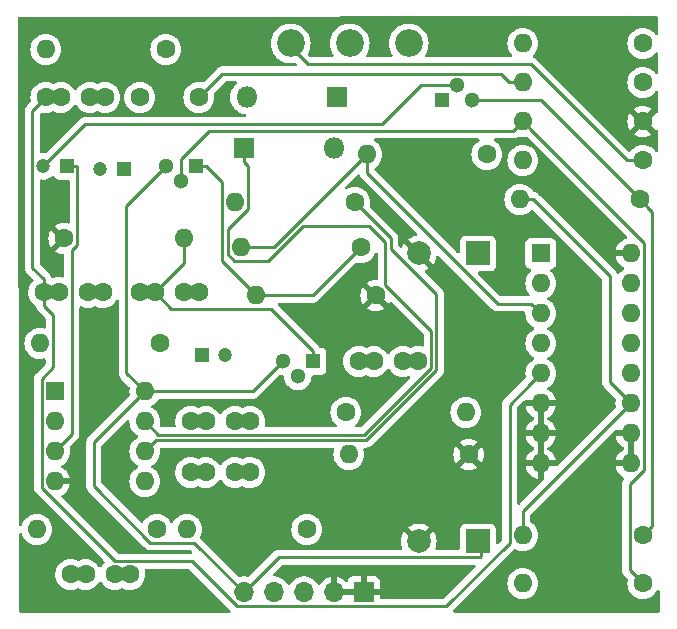
<source format=gbl>
G04 #@! TF.GenerationSoftware,KiCad,Pcbnew,7.0.11+dfsg-1build4*
G04 #@! TF.CreationDate,2026-01-25T21:38:33-05:00*
G04 #@! TF.ProjectId,Envelope-01-mutronv,456e7665-6c6f-4706-952d-30312d6d7574,rev?*
G04 #@! TF.SameCoordinates,Original*
G04 #@! TF.FileFunction,Copper,L2,Bot*
G04 #@! TF.FilePolarity,Positive*
%FSLAX46Y46*%
G04 Gerber Fmt 4.6, Leading zero omitted, Abs format (unit mm)*
G04 Created by KiCad (PCBNEW 7.0.11+dfsg-1build4) date 2026-01-25 21:38:33*
%MOMM*%
%LPD*%
G01*
G04 APERTURE LIST*
G04 #@! TA.AperFunction,ComponentPad*
%ADD10C,1.600000*%
G04 #@! TD*
G04 #@! TA.AperFunction,ComponentPad*
%ADD11R,2.000000X2.000000*%
G04 #@! TD*
G04 #@! TA.AperFunction,ComponentPad*
%ADD12C,2.000000*%
G04 #@! TD*
G04 #@! TA.AperFunction,ComponentPad*
%ADD13R,1.200000X1.200000*%
G04 #@! TD*
G04 #@! TA.AperFunction,ComponentPad*
%ADD14C,1.200000*%
G04 #@! TD*
G04 #@! TA.AperFunction,ComponentPad*
%ADD15R,1.800000X1.800000*%
G04 #@! TD*
G04 #@! TA.AperFunction,ComponentPad*
%ADD16O,1.800000X1.800000*%
G04 #@! TD*
G04 #@! TA.AperFunction,ComponentPad*
%ADD17R,1.700000X1.700000*%
G04 #@! TD*
G04 #@! TA.AperFunction,ComponentPad*
%ADD18O,1.700000X1.700000*%
G04 #@! TD*
G04 #@! TA.AperFunction,ComponentPad*
%ADD19R,1.300000X1.300000*%
G04 #@! TD*
G04 #@! TA.AperFunction,ComponentPad*
%ADD20C,1.300000*%
G04 #@! TD*
G04 #@! TA.AperFunction,ComponentPad*
%ADD21O,1.600000X1.600000*%
G04 #@! TD*
G04 #@! TA.AperFunction,ComponentPad*
%ADD22C,2.340000*%
G04 #@! TD*
G04 #@! TA.AperFunction,ComponentPad*
%ADD23R,1.600000X1.600000*%
G04 #@! TD*
G04 #@! TA.AperFunction,ViaPad*
%ADD24C,0.800000*%
G04 #@! TD*
G04 #@! TA.AperFunction,Conductor*
%ADD25C,0.250000*%
G04 #@! TD*
G04 APERTURE END LIST*
D10*
X133858000Y-79248000D03*
X132608000Y-79248000D03*
X130108000Y-79248000D03*
X128858000Y-79248000D03*
D11*
X138938000Y-94488000D03*
D12*
X133938000Y-94488000D03*
D10*
X115316000Y-56896000D03*
X110316000Y-56896000D03*
D11*
X138938000Y-70104000D03*
D12*
X133938000Y-70104000D03*
D13*
X108966000Y-62992000D03*
D14*
X106966000Y-62992000D03*
D10*
X114066000Y-73406000D03*
X115316000Y-73406000D03*
X110316000Y-73406000D03*
X111566000Y-73406000D03*
X103612000Y-56896000D03*
X102362000Y-56896000D03*
X107362000Y-56896000D03*
X106112000Y-56896000D03*
X105938000Y-73406000D03*
X107188000Y-73406000D03*
X102188000Y-73406000D03*
X103438000Y-73406000D03*
D13*
X104140000Y-62738000D03*
D14*
X102140000Y-62738000D03*
D10*
X118384000Y-84328000D03*
X119634000Y-84328000D03*
X115884000Y-84328000D03*
X114634000Y-84328000D03*
X108224000Y-97282000D03*
X109474000Y-97282000D03*
X105724000Y-97282000D03*
X104474000Y-97282000D03*
X119634000Y-88646000D03*
X118384000Y-88646000D03*
X114634000Y-88646000D03*
X115884000Y-88646000D03*
D14*
X117570000Y-78740000D03*
D13*
X115570000Y-78740000D03*
D15*
X127000000Y-56896000D03*
D16*
X119380000Y-56896000D03*
D15*
X119126000Y-61214000D03*
D16*
X126746000Y-61214000D03*
D17*
X129286000Y-98806000D03*
D18*
X126746000Y-98806000D03*
X124206000Y-98806000D03*
X121666000Y-98806000D03*
X119126000Y-98806000D03*
D19*
X124968000Y-79248000D03*
D20*
X123698000Y-80518000D03*
X122428000Y-79248000D03*
D19*
X135890000Y-57150000D03*
D20*
X137160000Y-55880000D03*
X138430000Y-57150000D03*
D10*
X127762000Y-83566000D03*
D21*
X137922000Y-83566000D03*
D10*
X152908000Y-55626000D03*
D21*
X142748000Y-55626000D03*
D10*
X152908000Y-98044000D03*
D21*
X142748000Y-98044000D03*
D10*
X103886000Y-68834000D03*
D21*
X114046000Y-68834000D03*
D10*
X129032000Y-69596000D03*
D21*
X118872000Y-69596000D03*
D10*
X130302000Y-73660000D03*
D21*
X120142000Y-73660000D03*
D10*
X128524000Y-65786000D03*
D21*
X118364000Y-65786000D03*
D10*
X139700000Y-61722000D03*
D21*
X129540000Y-61722000D03*
D10*
X152908000Y-62230000D03*
D21*
X142748000Y-62230000D03*
D10*
X111760000Y-93472000D03*
D21*
X101600000Y-93472000D03*
D10*
X152908000Y-52324000D03*
D21*
X142748000Y-52324000D03*
D10*
X152908000Y-93980000D03*
D21*
X142748000Y-93980000D03*
D10*
X124460000Y-93472000D03*
D21*
X114300000Y-93472000D03*
D10*
X112014000Y-77724000D03*
D21*
X101854000Y-77724000D03*
D10*
X138176000Y-87122000D03*
D21*
X128016000Y-87122000D03*
D22*
X133096000Y-52324000D03*
X128096000Y-52324000D03*
X123096000Y-52324000D03*
D23*
X103124000Y-81788000D03*
D21*
X103124000Y-84328000D03*
X103124000Y-86868000D03*
X103124000Y-89408000D03*
X110744000Y-89408000D03*
X110744000Y-86868000D03*
X110744000Y-84328000D03*
X110744000Y-81788000D03*
D23*
X144272000Y-70104000D03*
D21*
X144272000Y-72644000D03*
X144272000Y-75184000D03*
X144272000Y-77724000D03*
X144272000Y-80264000D03*
X144272000Y-82804000D03*
X144272000Y-85344000D03*
X144272000Y-87884000D03*
X151892000Y-87884000D03*
X151892000Y-85344000D03*
X151892000Y-82804000D03*
X151892000Y-80264000D03*
X151892000Y-77724000D03*
X151892000Y-75184000D03*
X151892000Y-72644000D03*
X151892000Y-70104000D03*
D10*
X152908000Y-58928000D03*
D21*
X142748000Y-58928000D03*
D10*
X152654000Y-65532000D03*
D21*
X142494000Y-65532000D03*
D10*
X112522000Y-52832000D03*
D21*
X102362000Y-52832000D03*
D19*
X115062000Y-62738000D03*
D20*
X113792000Y-64008000D03*
X112522000Y-62738000D03*
D24*
X108712000Y-52578000D03*
D25*
X109190999Y-80234999D02*
X109190999Y-66069001D01*
X111219999Y-94597001D02*
X106426000Y-89803002D01*
X142748000Y-91948000D02*
X142748000Y-93980000D01*
X122118999Y-95813001D02*
X139116999Y-95813001D01*
X139116999Y-95813001D02*
X139192000Y-95738000D01*
X142494000Y-65532000D02*
X143625370Y-65532000D01*
X151892000Y-82804000D02*
X142748000Y-91948000D01*
X106426000Y-86106000D02*
X110744000Y-81788000D01*
X150114000Y-72020630D02*
X150114000Y-81026000D01*
X143625370Y-65532000D02*
X150114000Y-72020630D01*
X110744000Y-81788000D02*
X109190999Y-80234999D01*
X110744000Y-81788000D02*
X119888000Y-81788000D01*
X139192000Y-95738000D02*
X139192000Y-94488000D01*
X119888000Y-81788000D02*
X122428000Y-79248000D01*
X109190999Y-66069001D02*
X111872001Y-63387999D01*
X114917001Y-94597001D02*
X111219999Y-94597001D01*
X119126000Y-98806000D02*
X122118999Y-95813001D01*
X119126000Y-98806000D02*
X114917001Y-94597001D01*
X111872001Y-63387999D02*
X112522000Y-62738000D01*
X106426000Y-89803002D02*
X106426000Y-86106000D01*
X150114000Y-81026000D02*
X151892000Y-82804000D01*
X115962000Y-62738000D02*
X115062000Y-62738000D01*
X104990000Y-62738000D02*
X104140000Y-62738000D01*
X117238999Y-64014999D02*
X115962000Y-62738000D01*
X124968000Y-73660000D02*
X129032000Y-69596000D01*
X105011001Y-62759001D02*
X104990000Y-62738000D01*
X105011001Y-69374001D02*
X105011001Y-62759001D01*
X117238999Y-70756999D02*
X117238999Y-64014999D01*
X104563001Y-85428999D02*
X104563001Y-69822001D01*
X103124000Y-86868000D02*
X104563001Y-85428999D01*
X120142000Y-73660000D02*
X124968000Y-73660000D01*
X120142000Y-73660000D02*
X117238999Y-70756999D01*
X104563001Y-69822001D02*
X105011001Y-69374001D01*
X143002000Y-55626000D02*
X142748000Y-55626000D01*
X141616630Y-55626000D02*
X140895629Y-54904999D01*
X140895629Y-54904999D02*
X117307001Y-54904999D01*
X117307001Y-54904999D02*
X116115999Y-56096001D01*
X142748000Y-55626000D02*
X141616630Y-55626000D01*
X116115999Y-56096001D02*
X115316000Y-56896000D01*
X124968000Y-78348000D02*
X124968000Y-79248000D01*
X112945001Y-74785001D02*
X121405001Y-74785001D01*
X114046000Y-70926000D02*
X114046000Y-68834000D01*
X121405001Y-74785001D02*
X124968000Y-78348000D01*
X111566000Y-73406000D02*
X112945001Y-74785001D01*
X111566000Y-73406000D02*
X114046000Y-70926000D01*
X129540000Y-63291002D02*
X129540000Y-62853370D01*
X118872000Y-69596000D02*
X121666000Y-69596000D01*
X140632999Y-74384001D02*
X129540000Y-63291002D01*
X129540000Y-62853370D02*
X129540000Y-61722000D01*
X143472001Y-74384001D02*
X140632999Y-74384001D01*
X121666000Y-69596000D02*
X129540000Y-61722000D01*
X144272000Y-75184000D02*
X143472001Y-74384001D01*
X141622999Y-94642003D02*
X141622999Y-82913001D01*
X101562001Y-57695999D02*
X102362000Y-56896000D01*
X144526000Y-80264000D02*
X144272000Y-80264000D01*
X102979001Y-79747997D02*
X101998999Y-80727999D01*
X118561999Y-99981001D02*
X136284001Y-99981001D01*
X143472001Y-81063999D02*
X144272000Y-80264000D01*
X102188000Y-73406000D02*
X102188000Y-74537370D01*
X102188000Y-72274630D02*
X101214999Y-71301629D01*
X112014000Y-77724000D02*
X112268000Y-77724000D01*
X101214999Y-58043001D02*
X101562001Y-57695999D01*
X102188000Y-73406000D02*
X102188000Y-72274630D01*
X114737997Y-96156999D02*
X118561999Y-99981001D01*
X101998999Y-89948001D02*
X108207997Y-96156999D01*
X101998999Y-80727999D02*
X101998999Y-89948001D01*
X136284001Y-99981001D02*
X141622999Y-94642003D01*
X108207997Y-96156999D02*
X114737997Y-96156999D01*
X141622999Y-82913001D02*
X143472001Y-81063999D01*
X101214999Y-71301629D02*
X101214999Y-58043001D01*
X102979001Y-75328371D02*
X102979001Y-79747997D01*
X102188000Y-74537370D02*
X102979001Y-75328371D01*
X102140000Y-62738000D02*
X105696000Y-59182000D01*
X105696000Y-59182000D02*
X130810000Y-59182000D01*
X134112000Y-55880000D02*
X137160000Y-55880000D01*
X130810000Y-59182000D02*
X134112000Y-55880000D01*
X111869001Y-85453001D02*
X129318001Y-85453001D01*
X129244003Y-67776003D02*
X124122407Y-67776003D01*
X117746999Y-68068003D02*
X119489001Y-66326001D01*
X129649001Y-67776003D02*
X129244003Y-67776003D01*
X124122407Y-67776003D02*
X121177409Y-70721001D01*
X134983000Y-76675998D02*
X134983000Y-79756000D01*
X119489001Y-62727001D02*
X119126000Y-62364000D01*
X131121990Y-72814988D02*
X134983000Y-76675998D01*
X119126000Y-62364000D02*
X119126000Y-61214000D01*
X119489001Y-66326001D02*
X119489001Y-62727001D01*
X121177409Y-70721001D02*
X118331999Y-70721001D01*
X131121990Y-69145990D02*
X131121990Y-72814988D01*
X129318001Y-85453001D02*
X134983001Y-79788001D01*
X118331999Y-70721001D02*
X117746999Y-70136001D01*
X129244003Y-67776003D02*
X129752003Y-67776003D01*
X110744000Y-84328000D02*
X111869001Y-85453001D01*
X129752003Y-67776003D02*
X131121990Y-69145990D01*
X110744000Y-84328000D02*
X110744000Y-84074000D01*
X117746999Y-70136001D02*
X117746999Y-68068003D01*
X129504402Y-85903010D02*
X135433010Y-79974402D01*
X131572000Y-69699002D02*
X131572000Y-68834000D01*
X111708990Y-85903010D02*
X129504402Y-85903010D01*
X135433010Y-79974402D02*
X135433010Y-73560012D01*
X110744000Y-86868000D02*
X111708990Y-85903010D01*
X131572000Y-68834000D02*
X128524000Y-65786000D01*
X135433010Y-73560012D02*
X131572000Y-69699002D01*
X116186999Y-59727999D02*
X141948001Y-59727999D01*
X152908000Y-98044000D02*
X151782999Y-96918999D01*
X113792000Y-64008000D02*
X113792000Y-62122998D01*
X151782999Y-89658003D02*
X153017001Y-88424001D01*
X113792000Y-62122998D02*
X116186999Y-59727999D01*
X141948001Y-59727999D02*
X142748000Y-58928000D01*
X143547999Y-59727999D02*
X142748000Y-58928000D01*
X153017001Y-69197001D02*
X143547999Y-59727999D01*
X151782999Y-96918999D02*
X151782999Y-89658003D01*
X153017001Y-88424001D02*
X153017001Y-69197001D01*
X153707999Y-66585999D02*
X153453999Y-66331999D01*
X153707999Y-93180001D02*
X153707999Y-66585999D01*
X153453999Y-66331999D02*
X152654000Y-65532000D01*
X152908000Y-93980000D02*
X153707999Y-93180001D01*
X144272000Y-57150000D02*
X138430000Y-57150000D01*
X152654000Y-65532000D02*
X144272000Y-57150000D01*
X124536200Y-54102000D02*
X123096000Y-52661800D01*
X123096000Y-52661800D02*
X123096000Y-52324000D01*
X152908000Y-62230000D02*
X151536400Y-62230000D01*
X143408400Y-54102000D02*
X124536200Y-54102000D01*
X151536400Y-62230000D02*
X143408400Y-54102000D01*
G04 #@! TA.AperFunction,Conductor*
G36*
X154120252Y-50007338D02*
G01*
X154166871Y-50060884D01*
X154178379Y-50113115D01*
X154182450Y-51462804D01*
X154162654Y-51530985D01*
X154109139Y-51577639D01*
X154038896Y-51587955D01*
X153974226Y-51558657D01*
X153953238Y-51535454D01*
X153914204Y-51479708D01*
X153914200Y-51479703D01*
X153914198Y-51479700D01*
X153752300Y-51317802D01*
X153564749Y-51186477D01*
X153548978Y-51179123D01*
X153357246Y-51089717D01*
X153357240Y-51089715D01*
X153263771Y-51064670D01*
X153136087Y-51030457D01*
X152908000Y-51010502D01*
X152679913Y-51030457D01*
X152458759Y-51089715D01*
X152458753Y-51089717D01*
X152251250Y-51186477D01*
X152063703Y-51317799D01*
X152063697Y-51317804D01*
X151901804Y-51479697D01*
X151901799Y-51479703D01*
X151770477Y-51667250D01*
X151673717Y-51874753D01*
X151673715Y-51874759D01*
X151643453Y-51987700D01*
X151614457Y-52095913D01*
X151594502Y-52324000D01*
X151614457Y-52552087D01*
X151620563Y-52574873D01*
X151673715Y-52773240D01*
X151673717Y-52773246D01*
X151770477Y-52980749D01*
X151877897Y-53134161D01*
X151901802Y-53168300D01*
X152063700Y-53330198D01*
X152251251Y-53461523D01*
X152458757Y-53558284D01*
X152679913Y-53617543D01*
X152908000Y-53637498D01*
X153136087Y-53617543D01*
X153357243Y-53558284D01*
X153564749Y-53461523D01*
X153752300Y-53330198D01*
X153914198Y-53168300D01*
X153958411Y-53105157D01*
X154013866Y-53060830D01*
X154084486Y-53053521D01*
X154147846Y-53085551D01*
X154183832Y-53146752D01*
X154187622Y-53177049D01*
X154192454Y-54779091D01*
X154172658Y-54847272D01*
X154119143Y-54893926D01*
X154048900Y-54904242D01*
X153984230Y-54874944D01*
X153963242Y-54851742D01*
X153914200Y-54781703D01*
X153914195Y-54781697D01*
X153752302Y-54619804D01*
X153752296Y-54619799D01*
X153564749Y-54488477D01*
X153357246Y-54391717D01*
X153357240Y-54391715D01*
X153263771Y-54366670D01*
X153136087Y-54332457D01*
X152908000Y-54312502D01*
X152679913Y-54332457D01*
X152458759Y-54391715D01*
X152458753Y-54391717D01*
X152251250Y-54488477D01*
X152063703Y-54619799D01*
X152063697Y-54619804D01*
X151901804Y-54781697D01*
X151901799Y-54781703D01*
X151770477Y-54969250D01*
X151673717Y-55176753D01*
X151673716Y-55176757D01*
X151614457Y-55397913D01*
X151594502Y-55626000D01*
X151614457Y-55854087D01*
X151645917Y-55971498D01*
X151673715Y-56075240D01*
X151673717Y-56075246D01*
X151770477Y-56282749D01*
X151899093Y-56466432D01*
X151901802Y-56470300D01*
X152063700Y-56632198D01*
X152251251Y-56763523D01*
X152458757Y-56860284D01*
X152679913Y-56919543D01*
X152908000Y-56939498D01*
X153136087Y-56919543D01*
X153357243Y-56860284D01*
X153564749Y-56763523D01*
X153752300Y-56632198D01*
X153914198Y-56470300D01*
X153968328Y-56392994D01*
X154023783Y-56348667D01*
X154094403Y-56341358D01*
X154157763Y-56373388D01*
X154193749Y-56434589D01*
X154197539Y-56464886D01*
X154202460Y-58096253D01*
X154182664Y-58164434D01*
X154129149Y-58211088D01*
X154058906Y-58221404D01*
X154015926Y-58201932D01*
X153995098Y-58200110D01*
X153306727Y-58888481D01*
X153293165Y-58802852D01*
X153235641Y-58689955D01*
X153146045Y-58600359D01*
X153033148Y-58542835D01*
X152947517Y-58529272D01*
X153635888Y-57840899D01*
X153635888Y-57840898D01*
X153564501Y-57790913D01*
X153357073Y-57694188D01*
X153357068Y-57694186D01*
X153136000Y-57634951D01*
X153136004Y-57634951D01*
X152908000Y-57615004D01*
X152679997Y-57634951D01*
X152458931Y-57694186D01*
X152458926Y-57694188D01*
X152251500Y-57790913D01*
X152180109Y-57840900D01*
X152868481Y-58529272D01*
X152782852Y-58542835D01*
X152669955Y-58600359D01*
X152580359Y-58689955D01*
X152522835Y-58802852D01*
X152509272Y-58888481D01*
X151820900Y-58200109D01*
X151770913Y-58271500D01*
X151674188Y-58478926D01*
X151674186Y-58478931D01*
X151614951Y-58699997D01*
X151595004Y-58928000D01*
X151614951Y-59156002D01*
X151674186Y-59377068D01*
X151674188Y-59377073D01*
X151770913Y-59584501D01*
X151820899Y-59655888D01*
X152509272Y-58967516D01*
X152522835Y-59053148D01*
X152580359Y-59166045D01*
X152669955Y-59255641D01*
X152782852Y-59313165D01*
X152868482Y-59326727D01*
X152180110Y-60015098D01*
X152180110Y-60015100D01*
X152251498Y-60065086D01*
X152458926Y-60161811D01*
X152458931Y-60161813D01*
X152679999Y-60221048D01*
X152679995Y-60221048D01*
X152908000Y-60240995D01*
X153136002Y-60221048D01*
X153357068Y-60161813D01*
X153357073Y-60161811D01*
X153564497Y-60065088D01*
X153635888Y-60015099D01*
X153635888Y-60015097D01*
X152947518Y-59326727D01*
X153033148Y-59313165D01*
X153146045Y-59255641D01*
X153235641Y-59166045D01*
X153293165Y-59053148D01*
X153306727Y-58967518D01*
X153995097Y-59655888D01*
X154009987Y-59654586D01*
X154033696Y-59635634D01*
X154104315Y-59628323D01*
X154167676Y-59660352D01*
X154203663Y-59721553D01*
X154207454Y-59751852D01*
X154212461Y-61411664D01*
X154192665Y-61479845D01*
X154139150Y-61526499D01*
X154068907Y-61536815D01*
X154004237Y-61507517D01*
X153983249Y-61484315D01*
X153971030Y-61466865D01*
X153914198Y-61385700D01*
X153752300Y-61223802D01*
X153738301Y-61214000D01*
X153564749Y-61092477D01*
X153357246Y-60995717D01*
X153357240Y-60995715D01*
X153263771Y-60970670D01*
X153136087Y-60936457D01*
X152908000Y-60916502D01*
X152679913Y-60936457D01*
X152458759Y-60995715D01*
X152458753Y-60995717D01*
X152251250Y-61092477D01*
X152063703Y-61223799D01*
X151901800Y-61385701D01*
X151858695Y-61447261D01*
X151803238Y-61491589D01*
X151732618Y-61498897D01*
X151669258Y-61466865D01*
X151666388Y-61464084D01*
X147837741Y-57635437D01*
X143915644Y-53713339D01*
X143905679Y-53700901D01*
X143905452Y-53701090D01*
X143900401Y-53694984D01*
X143900400Y-53694982D01*
X143850748Y-53648356D01*
X143847905Y-53645600D01*
X143828177Y-53625871D01*
X143828171Y-53625866D01*
X143824967Y-53623380D01*
X143815956Y-53615683D01*
X143783725Y-53585417D01*
X143783719Y-53585413D01*
X143765963Y-53575651D01*
X143749447Y-53564802D01*
X143733441Y-53552386D01*
X143692864Y-53534827D01*
X143682205Y-53529605D01*
X143642580Y-53507821D01*
X143592521Y-53457475D01*
X143577628Y-53388058D01*
X143602629Y-53321609D01*
X143614172Y-53308325D01*
X143754198Y-53168300D01*
X143885523Y-52980749D01*
X143982284Y-52773243D01*
X144041543Y-52552087D01*
X144061498Y-52324000D01*
X144041543Y-52095913D01*
X143982284Y-51874757D01*
X143885523Y-51667251D01*
X143754198Y-51479700D01*
X143592300Y-51317802D01*
X143404749Y-51186477D01*
X143388978Y-51179123D01*
X143197246Y-51089717D01*
X143197240Y-51089715D01*
X143103771Y-51064670D01*
X142976087Y-51030457D01*
X142748000Y-51010502D01*
X142519913Y-51030457D01*
X142298759Y-51089715D01*
X142298753Y-51089717D01*
X142091250Y-51186477D01*
X141903703Y-51317799D01*
X141903697Y-51317804D01*
X141741804Y-51479697D01*
X141741799Y-51479703D01*
X141610477Y-51667250D01*
X141513717Y-51874753D01*
X141513715Y-51874759D01*
X141483453Y-51987700D01*
X141454457Y-52095913D01*
X141434502Y-52324000D01*
X141454457Y-52552087D01*
X141460563Y-52574873D01*
X141513715Y-52773240D01*
X141513717Y-52773246D01*
X141610477Y-52980749D01*
X141741799Y-53168296D01*
X141741804Y-53168302D01*
X141826907Y-53253405D01*
X141860933Y-53315717D01*
X141855868Y-53386532D01*
X141813321Y-53443368D01*
X141746801Y-53468179D01*
X141737812Y-53468500D01*
X134591289Y-53468500D01*
X134523168Y-53448498D01*
X134476675Y-53394842D01*
X134466571Y-53324568D01*
X134485161Y-53276721D01*
X134484374Y-53276267D01*
X134523212Y-53208995D01*
X134612517Y-53054316D01*
X134704427Y-52820134D01*
X134760407Y-52574869D01*
X134779207Y-52324000D01*
X134760407Y-52073131D01*
X134704427Y-51827866D01*
X134661320Y-51718033D01*
X134612520Y-51593690D01*
X134612518Y-51593686D01*
X134486733Y-51375819D01*
X134440466Y-51317802D01*
X134329878Y-51179128D01*
X134329877Y-51179127D01*
X134329874Y-51179123D01*
X134145467Y-51008021D01*
X134145461Y-51008015D01*
X134076176Y-50960777D01*
X133937606Y-50866301D01*
X133710949Y-50757148D01*
X133710936Y-50757143D01*
X133470559Y-50682997D01*
X133470551Y-50682995D01*
X133470549Y-50682995D01*
X133221786Y-50645500D01*
X132970214Y-50645500D01*
X132721451Y-50682995D01*
X132721449Y-50682995D01*
X132721440Y-50682997D01*
X132481063Y-50757143D01*
X132481051Y-50757148D01*
X132254394Y-50866301D01*
X132254387Y-50866305D01*
X132046544Y-51008011D01*
X132046532Y-51008021D01*
X131862125Y-51179123D01*
X131705266Y-51375819D01*
X131579481Y-51593686D01*
X131579479Y-51593690D01*
X131487571Y-51827870D01*
X131451092Y-51987700D01*
X131431593Y-52073131D01*
X131412793Y-52324000D01*
X131431593Y-52574869D01*
X131431594Y-52574873D01*
X131487571Y-52820129D01*
X131579479Y-53054309D01*
X131579481Y-53054313D01*
X131707626Y-53276267D01*
X131706553Y-53276886D01*
X131726665Y-53339079D01*
X131708519Y-53407718D01*
X131656146Y-53455650D01*
X131600711Y-53468500D01*
X129591289Y-53468500D01*
X129523168Y-53448498D01*
X129476675Y-53394842D01*
X129466571Y-53324568D01*
X129485161Y-53276721D01*
X129484374Y-53276267D01*
X129523212Y-53208995D01*
X129612517Y-53054316D01*
X129704427Y-52820134D01*
X129760407Y-52574869D01*
X129779207Y-52324000D01*
X129760407Y-52073131D01*
X129704427Y-51827866D01*
X129661320Y-51718033D01*
X129612520Y-51593690D01*
X129612518Y-51593686D01*
X129486733Y-51375819D01*
X129440466Y-51317802D01*
X129329878Y-51179128D01*
X129329877Y-51179127D01*
X129329874Y-51179123D01*
X129145467Y-51008021D01*
X129145461Y-51008015D01*
X129076176Y-50960777D01*
X128937606Y-50866301D01*
X128710949Y-50757148D01*
X128710936Y-50757143D01*
X128470559Y-50682997D01*
X128470551Y-50682995D01*
X128470549Y-50682995D01*
X128221786Y-50645500D01*
X127970214Y-50645500D01*
X127721451Y-50682995D01*
X127721449Y-50682995D01*
X127721440Y-50682997D01*
X127481063Y-50757143D01*
X127481051Y-50757148D01*
X127254394Y-50866301D01*
X127254387Y-50866305D01*
X127046544Y-51008011D01*
X127046532Y-51008021D01*
X126862125Y-51179123D01*
X126705266Y-51375819D01*
X126579481Y-51593686D01*
X126579479Y-51593690D01*
X126487571Y-51827870D01*
X126451092Y-51987700D01*
X126431593Y-52073131D01*
X126412793Y-52324000D01*
X126431593Y-52574869D01*
X126431594Y-52574873D01*
X126487571Y-52820129D01*
X126579479Y-53054309D01*
X126579481Y-53054313D01*
X126707626Y-53276267D01*
X126706553Y-53276886D01*
X126726665Y-53339079D01*
X126708519Y-53407718D01*
X126656146Y-53455650D01*
X126600711Y-53468500D01*
X124850795Y-53468500D01*
X124782674Y-53448498D01*
X124761700Y-53431595D01*
X124597393Y-53267288D01*
X124563367Y-53204976D01*
X124568432Y-53134161D01*
X124577366Y-53115198D01*
X124612517Y-53054316D01*
X124704427Y-52820134D01*
X124760407Y-52574869D01*
X124779207Y-52324000D01*
X124760407Y-52073131D01*
X124704427Y-51827866D01*
X124661320Y-51718033D01*
X124612520Y-51593690D01*
X124612518Y-51593686D01*
X124486733Y-51375819D01*
X124440466Y-51317802D01*
X124329878Y-51179128D01*
X124329877Y-51179127D01*
X124329874Y-51179123D01*
X124145467Y-51008021D01*
X124145461Y-51008015D01*
X124076176Y-50960777D01*
X123937606Y-50866301D01*
X123710949Y-50757148D01*
X123710936Y-50757143D01*
X123470559Y-50682997D01*
X123470551Y-50682995D01*
X123470549Y-50682995D01*
X123221786Y-50645500D01*
X122970214Y-50645500D01*
X122721451Y-50682995D01*
X122721449Y-50682995D01*
X122721440Y-50682997D01*
X122481063Y-50757143D01*
X122481051Y-50757148D01*
X122254394Y-50866301D01*
X122254387Y-50866305D01*
X122046544Y-51008011D01*
X122046532Y-51008021D01*
X121862125Y-51179123D01*
X121705266Y-51375819D01*
X121579481Y-51593686D01*
X121579479Y-51593690D01*
X121487571Y-51827870D01*
X121451092Y-51987700D01*
X121431593Y-52073131D01*
X121412793Y-52324000D01*
X121431593Y-52574869D01*
X121431594Y-52574873D01*
X121487571Y-52820129D01*
X121579479Y-53054309D01*
X121579481Y-53054313D01*
X121705266Y-53272180D01*
X121705268Y-53272183D01*
X121705269Y-53272184D01*
X121751535Y-53330200D01*
X121862125Y-53468876D01*
X121965507Y-53564799D01*
X122046538Y-53639984D01*
X122046544Y-53639988D01*
X122254387Y-53781694D01*
X122254394Y-53781698D01*
X122254397Y-53781700D01*
X122481055Y-53890853D01*
X122481058Y-53890853D01*
X122481063Y-53890856D01*
X122721440Y-53965002D01*
X122721442Y-53965002D01*
X122721451Y-53965005D01*
X122970214Y-54002500D01*
X122970218Y-54002500D01*
X123221780Y-54002500D01*
X123221786Y-54002500D01*
X123436117Y-53970194D01*
X123506454Y-53979820D01*
X123543988Y-54005692D01*
X123594700Y-54056404D01*
X123628726Y-54118716D01*
X123623661Y-54189531D01*
X123581114Y-54246367D01*
X123514594Y-54271178D01*
X123505605Y-54271499D01*
X117390854Y-54271499D01*
X117375012Y-54269749D01*
X117374985Y-54270043D01*
X117367093Y-54269297D01*
X117367092Y-54269297D01*
X117343361Y-54270043D01*
X117299015Y-54271437D01*
X117295056Y-54271499D01*
X117267145Y-54271499D01*
X117267142Y-54271499D01*
X117267127Y-54271500D01*
X117263122Y-54272006D01*
X117251305Y-54272936D01*
X117207113Y-54274325D01*
X117207111Y-54274326D01*
X117187656Y-54279977D01*
X117168303Y-54283985D01*
X117148211Y-54286523D01*
X117148204Y-54286525D01*
X117107097Y-54302800D01*
X117095872Y-54306643D01*
X117065213Y-54315551D01*
X117053408Y-54318981D01*
X117053406Y-54318981D01*
X117053403Y-54318983D01*
X117035964Y-54329296D01*
X117018219Y-54337989D01*
X116999380Y-54345448D01*
X116963628Y-54371425D01*
X116953705Y-54377943D01*
X116915641Y-54400453D01*
X116901308Y-54414786D01*
X116886282Y-54427619D01*
X116869896Y-54439524D01*
X116841712Y-54473592D01*
X116833724Y-54482369D01*
X115729247Y-55586847D01*
X115666935Y-55620872D01*
X115607541Y-55619459D01*
X115544090Y-55602457D01*
X115316000Y-55582502D01*
X115087913Y-55602457D01*
X114866759Y-55661715D01*
X114866753Y-55661717D01*
X114659250Y-55758477D01*
X114471703Y-55889799D01*
X114471697Y-55889804D01*
X114309804Y-56051697D01*
X114309799Y-56051703D01*
X114178477Y-56239250D01*
X114081717Y-56446753D01*
X114081715Y-56446759D01*
X114052362Y-56556305D01*
X114022457Y-56667913D01*
X114002502Y-56896000D01*
X114022457Y-57124087D01*
X114039459Y-57187540D01*
X114081715Y-57345240D01*
X114081717Y-57345246D01*
X114178477Y-57552749D01*
X114294158Y-57717959D01*
X114309802Y-57740300D01*
X114471700Y-57902198D01*
X114659251Y-58033523D01*
X114866757Y-58130284D01*
X115087913Y-58189543D01*
X115316000Y-58209498D01*
X115544087Y-58189543D01*
X115765243Y-58130284D01*
X115972749Y-58033523D01*
X116160300Y-57902198D01*
X116322198Y-57740300D01*
X116453523Y-57552749D01*
X116550284Y-57345243D01*
X116609543Y-57124087D01*
X116629498Y-56896000D01*
X116609543Y-56667913D01*
X116592540Y-56604457D01*
X116594230Y-56533481D01*
X116625152Y-56482752D01*
X117532500Y-55575404D01*
X117594812Y-55541378D01*
X117621595Y-55538499D01*
X118463913Y-55538499D01*
X118532034Y-55558501D01*
X118578527Y-55612157D01*
X118588631Y-55682431D01*
X118559137Y-55747011D01*
X118541307Y-55763927D01*
X118508017Y-55789838D01*
X118422778Y-55856182D01*
X118422774Y-55856186D01*
X118264685Y-56027916D01*
X118137015Y-56223331D01*
X118043252Y-56437089D01*
X118043249Y-56437096D01*
X117985950Y-56663366D01*
X117985949Y-56663372D01*
X117985949Y-56663374D01*
X117966673Y-56896000D01*
X117985573Y-57124090D01*
X117985950Y-57128633D01*
X118043249Y-57354903D01*
X118043252Y-57354910D01*
X118137015Y-57568668D01*
X118264685Y-57764083D01*
X118422774Y-57935813D01*
X118422778Y-57935817D01*
X118423377Y-57936283D01*
X118606983Y-58079190D01*
X118812273Y-58190287D01*
X119033049Y-58266080D01*
X119225648Y-58298219D01*
X119289545Y-58329160D01*
X119326573Y-58389736D01*
X119324972Y-58460715D01*
X119285252Y-58519560D01*
X119220023Y-58547590D01*
X119204907Y-58548500D01*
X105779849Y-58548500D01*
X105764010Y-58546751D01*
X105763983Y-58547045D01*
X105756091Y-58546299D01*
X105688033Y-58548438D01*
X105684075Y-58548500D01*
X105656144Y-58548500D01*
X105653957Y-58548776D01*
X105652111Y-58549009D01*
X105640304Y-58549937D01*
X105596110Y-58551326D01*
X105596105Y-58551327D01*
X105576660Y-58556977D01*
X105557302Y-58560986D01*
X105537207Y-58563524D01*
X105537205Y-58563525D01*
X105496083Y-58579805D01*
X105484859Y-58583647D01*
X105442410Y-58595980D01*
X105442404Y-58595982D01*
X105424966Y-58606295D01*
X105407220Y-58614989D01*
X105388381Y-58622448D01*
X105352614Y-58648434D01*
X105342698Y-58654948D01*
X105304636Y-58677458D01*
X105290307Y-58691787D01*
X105275281Y-58704620D01*
X105258895Y-58716525D01*
X105230711Y-58750593D01*
X105222723Y-58759370D01*
X102382252Y-61599841D01*
X102319940Y-61633867D01*
X102270006Y-61634600D01*
X102242718Y-61629500D01*
X102037282Y-61629500D01*
X102029258Y-61631000D01*
X101997650Y-61636908D01*
X101927013Y-61629763D01*
X101871454Y-61585563D01*
X101848610Y-61518342D01*
X101848499Y-61513053D01*
X101848499Y-58357595D01*
X101868501Y-58289474D01*
X101885398Y-58268505D01*
X101948755Y-58205148D01*
X102011063Y-58171126D01*
X102070457Y-58172539D01*
X102133913Y-58189543D01*
X102362000Y-58209498D01*
X102590087Y-58189543D01*
X102811243Y-58130284D01*
X102933750Y-58073157D01*
X103003941Y-58062496D01*
X103040248Y-58073157D01*
X103162757Y-58130284D01*
X103383913Y-58189543D01*
X103612000Y-58209498D01*
X103840087Y-58189543D01*
X104061243Y-58130284D01*
X104268749Y-58033523D01*
X104456300Y-57902198D01*
X104618198Y-57740300D01*
X104749523Y-57552749D01*
X104749523Y-57552748D01*
X104749525Y-57552746D01*
X104752274Y-57547985D01*
X104754245Y-57549122D01*
X104794713Y-57503154D01*
X104862989Y-57483687D01*
X104930951Y-57504223D01*
X104969822Y-57549083D01*
X104971726Y-57547985D01*
X104974474Y-57552746D01*
X105090159Y-57717960D01*
X105105802Y-57740300D01*
X105267700Y-57902198D01*
X105455251Y-58033523D01*
X105662757Y-58130284D01*
X105883913Y-58189543D01*
X106112000Y-58209498D01*
X106340087Y-58189543D01*
X106561243Y-58130284D01*
X106683750Y-58073157D01*
X106753941Y-58062496D01*
X106790248Y-58073157D01*
X106912757Y-58130284D01*
X107133913Y-58189543D01*
X107362000Y-58209498D01*
X107590087Y-58189543D01*
X107811243Y-58130284D01*
X108018749Y-58033523D01*
X108206300Y-57902198D01*
X108368198Y-57740300D01*
X108499523Y-57552749D01*
X108596284Y-57345243D01*
X108655543Y-57124087D01*
X108675498Y-56896000D01*
X109002502Y-56896000D01*
X109022457Y-57124087D01*
X109039459Y-57187540D01*
X109081715Y-57345240D01*
X109081717Y-57345246D01*
X109178477Y-57552749D01*
X109294158Y-57717959D01*
X109309802Y-57740300D01*
X109471700Y-57902198D01*
X109659251Y-58033523D01*
X109866757Y-58130284D01*
X110087913Y-58189543D01*
X110316000Y-58209498D01*
X110544087Y-58189543D01*
X110765243Y-58130284D01*
X110972749Y-58033523D01*
X111160300Y-57902198D01*
X111322198Y-57740300D01*
X111453523Y-57552749D01*
X111550284Y-57345243D01*
X111609543Y-57124087D01*
X111629498Y-56896000D01*
X111609543Y-56667913D01*
X111550284Y-56446757D01*
X111453523Y-56239251D01*
X111322198Y-56051700D01*
X111160300Y-55889802D01*
X111156011Y-55886799D01*
X110972749Y-55758477D01*
X110765246Y-55661717D01*
X110765240Y-55661715D01*
X110612812Y-55620872D01*
X110544087Y-55602457D01*
X110316000Y-55582502D01*
X110087913Y-55602457D01*
X109866759Y-55661715D01*
X109866753Y-55661717D01*
X109659250Y-55758477D01*
X109471703Y-55889799D01*
X109471697Y-55889804D01*
X109309804Y-56051697D01*
X109309799Y-56051703D01*
X109178477Y-56239250D01*
X109081717Y-56446753D01*
X109081715Y-56446759D01*
X109052362Y-56556305D01*
X109022457Y-56667913D01*
X109002502Y-56896000D01*
X108675498Y-56896000D01*
X108655543Y-56667913D01*
X108596284Y-56446757D01*
X108499523Y-56239251D01*
X108368198Y-56051700D01*
X108206300Y-55889802D01*
X108202011Y-55886799D01*
X108018749Y-55758477D01*
X107811246Y-55661717D01*
X107811240Y-55661715D01*
X107658812Y-55620872D01*
X107590087Y-55602457D01*
X107362000Y-55582502D01*
X107133913Y-55602457D01*
X106912759Y-55661715D01*
X106912749Y-55661719D01*
X106790249Y-55718841D01*
X106720058Y-55729502D01*
X106683751Y-55718841D01*
X106561250Y-55661719D01*
X106561246Y-55661717D01*
X106561243Y-55661716D01*
X106561241Y-55661715D01*
X106561240Y-55661715D01*
X106408812Y-55620872D01*
X106340087Y-55602457D01*
X106112000Y-55582502D01*
X105883913Y-55602457D01*
X105662759Y-55661715D01*
X105662753Y-55661717D01*
X105455250Y-55758477D01*
X105267703Y-55889799D01*
X105267697Y-55889804D01*
X105105804Y-56051697D01*
X105105799Y-56051703D01*
X104974474Y-56239253D01*
X104971726Y-56244015D01*
X104969761Y-56242880D01*
X104929255Y-56288865D01*
X104860974Y-56308312D01*
X104793018Y-56287756D01*
X104754168Y-56242921D01*
X104752274Y-56244015D01*
X104749525Y-56239253D01*
X104618200Y-56051703D01*
X104618195Y-56051697D01*
X104456302Y-55889804D01*
X104456296Y-55889799D01*
X104268749Y-55758477D01*
X104061246Y-55661717D01*
X104061240Y-55661715D01*
X103908812Y-55620872D01*
X103840087Y-55602457D01*
X103612000Y-55582502D01*
X103383913Y-55602457D01*
X103162759Y-55661715D01*
X103162749Y-55661719D01*
X103040249Y-55718841D01*
X102970058Y-55729502D01*
X102933751Y-55718841D01*
X102811250Y-55661719D01*
X102811246Y-55661717D01*
X102811243Y-55661716D01*
X102811241Y-55661715D01*
X102811240Y-55661715D01*
X102658812Y-55620872D01*
X102590087Y-55602457D01*
X102362000Y-55582502D01*
X102133913Y-55602457D01*
X101912759Y-55661715D01*
X101912753Y-55661717D01*
X101705250Y-55758477D01*
X101517703Y-55889799D01*
X101517697Y-55889804D01*
X101355804Y-56051697D01*
X101355799Y-56051703D01*
X101224477Y-56239250D01*
X101127717Y-56446753D01*
X101127715Y-56446759D01*
X101068457Y-56667913D01*
X101048502Y-56896000D01*
X101068457Y-57124090D01*
X101085459Y-57187540D01*
X101083769Y-57258516D01*
X101052847Y-57309247D01*
X100826332Y-57535761D01*
X100813900Y-57545721D01*
X100814088Y-57545948D01*
X100807981Y-57551000D01*
X100761369Y-57600636D01*
X100758619Y-57603474D01*
X100738862Y-57623232D01*
X100736373Y-57626440D01*
X100728687Y-57635437D01*
X100698417Y-57667674D01*
X100698410Y-57667684D01*
X100688650Y-57685436D01*
X100677802Y-57701951D01*
X100665385Y-57717959D01*
X100647823Y-57758541D01*
X100642603Y-57769196D01*
X100621304Y-57807940D01*
X100621302Y-57807945D01*
X100616266Y-57827560D01*
X100609863Y-57846263D01*
X100601818Y-57864853D01*
X100594900Y-57908526D01*
X100592494Y-57920143D01*
X100581499Y-57962969D01*
X100581499Y-57983224D01*
X100579948Y-58002934D01*
X100576779Y-58022944D01*
X100578600Y-58042204D01*
X100580940Y-58066962D01*
X100581499Y-58078820D01*
X100581499Y-71217775D01*
X100579750Y-71233617D01*
X100580043Y-71233645D01*
X100579297Y-71241536D01*
X100581437Y-71309613D01*
X100581499Y-71313572D01*
X100581499Y-71341480D01*
X100581500Y-71341498D01*
X100582006Y-71345506D01*
X100582936Y-71357325D01*
X100584325Y-71401517D01*
X100584326Y-71401522D01*
X100589976Y-71420968D01*
X100593985Y-71440326D01*
X100596524Y-71460422D01*
X100596525Y-71460429D01*
X100612799Y-71501532D01*
X100616643Y-71512758D01*
X100628981Y-71555222D01*
X100639293Y-71572660D01*
X100647987Y-71590408D01*
X100655443Y-71609238D01*
X100655449Y-71609249D01*
X100681431Y-71645010D01*
X100687948Y-71654930D01*
X100710457Y-71692991D01*
X100710458Y-71692992D01*
X100710460Y-71692995D01*
X100724778Y-71707313D01*
X100737616Y-71722343D01*
X100749525Y-71738733D01*
X100749529Y-71738738D01*
X100783597Y-71766921D01*
X100792377Y-71774911D01*
X101291388Y-72273922D01*
X101325414Y-72336234D01*
X101320349Y-72407049D01*
X101291389Y-72452112D01*
X101181799Y-72561703D01*
X101050477Y-72749250D01*
X100953717Y-72956753D01*
X100953715Y-72956759D01*
X100916794Y-73094551D01*
X100894457Y-73177913D01*
X100874502Y-73406000D01*
X100894457Y-73634087D01*
X100903687Y-73668533D01*
X100953715Y-73855240D01*
X100953717Y-73855246D01*
X101050477Y-74062749D01*
X101181611Y-74250028D01*
X101181802Y-74250300D01*
X101343700Y-74412198D01*
X101343703Y-74412200D01*
X101343708Y-74412204D01*
X101503215Y-74523892D01*
X101547544Y-74579349D01*
X101556883Y-74623144D01*
X101557326Y-74637258D01*
X101557327Y-74637263D01*
X101562977Y-74656709D01*
X101566986Y-74676067D01*
X101569525Y-74696163D01*
X101569526Y-74696170D01*
X101585800Y-74737273D01*
X101589644Y-74748499D01*
X101601982Y-74790963D01*
X101612294Y-74808401D01*
X101620988Y-74826149D01*
X101628444Y-74844979D01*
X101628450Y-74844990D01*
X101654432Y-74880751D01*
X101660949Y-74890671D01*
X101683458Y-74928732D01*
X101683459Y-74928733D01*
X101683461Y-74928736D01*
X101697779Y-74943054D01*
X101710617Y-74958084D01*
X101722526Y-74974474D01*
X101722530Y-74974479D01*
X101756598Y-75002662D01*
X101765378Y-75010652D01*
X102308596Y-75553870D01*
X102342622Y-75616182D01*
X102345501Y-75642965D01*
X102345501Y-76336832D01*
X102325499Y-76404953D01*
X102271843Y-76451446D01*
X102201569Y-76461550D01*
X102186890Y-76458539D01*
X102160418Y-76451446D01*
X102082087Y-76430457D01*
X101854000Y-76410502D01*
X101625913Y-76430457D01*
X101404759Y-76489715D01*
X101404753Y-76489717D01*
X101197250Y-76586477D01*
X101009703Y-76717799D01*
X101009697Y-76717804D01*
X100847804Y-76879697D01*
X100847799Y-76879703D01*
X100716477Y-77067250D01*
X100619717Y-77274753D01*
X100619716Y-77274757D01*
X100560457Y-77495913D01*
X100540502Y-77724000D01*
X100560457Y-77952087D01*
X100581547Y-78030795D01*
X100619715Y-78173240D01*
X100619717Y-78173246D01*
X100716477Y-78380749D01*
X100732547Y-78403700D01*
X100847802Y-78568300D01*
X101009700Y-78730198D01*
X101197251Y-78861523D01*
X101404757Y-78958284D01*
X101625913Y-79017543D01*
X101854000Y-79037498D01*
X102082087Y-79017543D01*
X102186893Y-78989460D01*
X102257866Y-78991150D01*
X102316662Y-79030944D01*
X102344610Y-79096208D01*
X102345501Y-79111167D01*
X102345501Y-79433402D01*
X102325499Y-79501523D01*
X102308600Y-79522492D01*
X101954486Y-79876607D01*
X101610339Y-80220754D01*
X101597902Y-80230718D01*
X101598090Y-80230945D01*
X101591981Y-80235998D01*
X101545369Y-80285634D01*
X101542619Y-80288472D01*
X101522862Y-80308230D01*
X101520373Y-80311438D01*
X101512687Y-80320435D01*
X101482417Y-80352672D01*
X101482410Y-80352682D01*
X101472650Y-80370434D01*
X101461802Y-80386949D01*
X101449385Y-80402957D01*
X101431823Y-80443539D01*
X101426603Y-80454194D01*
X101405304Y-80492938D01*
X101405302Y-80492943D01*
X101400266Y-80512558D01*
X101393863Y-80531261D01*
X101385818Y-80549851D01*
X101378900Y-80593524D01*
X101376494Y-80605141D01*
X101365499Y-80647967D01*
X101365499Y-80668222D01*
X101363948Y-80687932D01*
X101360779Y-80707941D01*
X101364940Y-80751960D01*
X101365499Y-80763818D01*
X101365499Y-89864147D01*
X101363750Y-89879989D01*
X101364043Y-89880017D01*
X101363297Y-89887908D01*
X101365437Y-89955985D01*
X101365499Y-89959944D01*
X101365499Y-89987852D01*
X101365500Y-89987870D01*
X101366006Y-89991878D01*
X101366936Y-90003697D01*
X101368325Y-90047889D01*
X101368326Y-90047894D01*
X101373976Y-90067340D01*
X101377985Y-90086698D01*
X101380524Y-90106794D01*
X101380525Y-90106801D01*
X101396799Y-90147904D01*
X101400643Y-90159130D01*
X101412981Y-90201594D01*
X101423293Y-90219032D01*
X101431987Y-90236780D01*
X101439443Y-90255610D01*
X101439449Y-90255621D01*
X101465431Y-90291382D01*
X101471948Y-90301302D01*
X101494457Y-90339363D01*
X101494458Y-90339364D01*
X101494460Y-90339367D01*
X101508778Y-90353685D01*
X101521616Y-90368715D01*
X101533525Y-90385105D01*
X101533529Y-90385110D01*
X101567597Y-90413293D01*
X101576377Y-90421283D01*
X107316202Y-96161108D01*
X107350228Y-96223420D01*
X107345163Y-96294235D01*
X107316203Y-96339298D01*
X107217799Y-96437703D01*
X107086474Y-96625253D01*
X107083726Y-96630015D01*
X107081761Y-96628880D01*
X107041255Y-96674865D01*
X106972974Y-96694312D01*
X106905018Y-96673756D01*
X106866168Y-96628921D01*
X106864274Y-96630015D01*
X106861525Y-96625253D01*
X106738376Y-96449380D01*
X106730198Y-96437700D01*
X106568300Y-96275802D01*
X106380749Y-96144477D01*
X106295749Y-96104841D01*
X106173246Y-96047717D01*
X106173240Y-96047715D01*
X106079771Y-96022670D01*
X105952087Y-95988457D01*
X105724000Y-95968502D01*
X105495913Y-95988457D01*
X105274759Y-96047715D01*
X105274749Y-96047719D01*
X105152249Y-96104841D01*
X105082058Y-96115502D01*
X105045751Y-96104841D01*
X104923250Y-96047719D01*
X104923246Y-96047717D01*
X104923243Y-96047716D01*
X104923241Y-96047715D01*
X104923240Y-96047715D01*
X104829771Y-96022670D01*
X104702087Y-95988457D01*
X104474000Y-95968502D01*
X104245913Y-95988457D01*
X104024759Y-96047715D01*
X104024753Y-96047717D01*
X103817250Y-96144477D01*
X103629703Y-96275799D01*
X103629697Y-96275804D01*
X103467804Y-96437697D01*
X103467799Y-96437703D01*
X103336477Y-96625250D01*
X103239717Y-96832753D01*
X103239715Y-96832759D01*
X103189842Y-97018887D01*
X103180457Y-97053913D01*
X103160502Y-97282000D01*
X103180457Y-97510087D01*
X103203145Y-97594759D01*
X103239715Y-97731240D01*
X103239717Y-97731246D01*
X103336477Y-97938749D01*
X103452957Y-98105100D01*
X103467802Y-98126300D01*
X103629700Y-98288198D01*
X103817251Y-98419523D01*
X104024757Y-98516284D01*
X104245913Y-98575543D01*
X104474000Y-98595498D01*
X104702087Y-98575543D01*
X104923243Y-98516284D01*
X105045750Y-98459157D01*
X105115941Y-98448496D01*
X105152248Y-98459157D01*
X105274757Y-98516284D01*
X105495913Y-98575543D01*
X105724000Y-98595498D01*
X105952087Y-98575543D01*
X106173243Y-98516284D01*
X106380749Y-98419523D01*
X106568300Y-98288198D01*
X106730198Y-98126300D01*
X106861523Y-97938749D01*
X106861523Y-97938748D01*
X106861525Y-97938746D01*
X106864274Y-97933985D01*
X106866245Y-97935122D01*
X106906713Y-97889154D01*
X106974989Y-97869687D01*
X107042951Y-97890223D01*
X107081822Y-97935083D01*
X107083726Y-97933985D01*
X107086474Y-97938746D01*
X107202958Y-98105101D01*
X107217802Y-98126300D01*
X107379700Y-98288198D01*
X107567251Y-98419523D01*
X107774757Y-98516284D01*
X107995913Y-98575543D01*
X108224000Y-98595498D01*
X108452087Y-98575543D01*
X108673243Y-98516284D01*
X108795750Y-98459157D01*
X108865941Y-98448496D01*
X108902248Y-98459157D01*
X109024757Y-98516284D01*
X109245913Y-98575543D01*
X109474000Y-98595498D01*
X109702087Y-98575543D01*
X109923243Y-98516284D01*
X110130749Y-98419523D01*
X110318300Y-98288198D01*
X110480198Y-98126300D01*
X110611523Y-97938749D01*
X110708284Y-97731243D01*
X110767543Y-97510087D01*
X110787498Y-97282000D01*
X110767543Y-97053913D01*
X110739461Y-96949110D01*
X110741151Y-96878133D01*
X110780945Y-96819338D01*
X110846210Y-96791390D01*
X110861168Y-96790499D01*
X114423403Y-96790499D01*
X114491524Y-96810501D01*
X114512498Y-96827404D01*
X117977799Y-100292705D01*
X118011825Y-100355017D01*
X118006760Y-100425832D01*
X117964213Y-100482668D01*
X117897693Y-100507479D01*
X117888704Y-100507800D01*
X100252419Y-100507800D01*
X100184298Y-100487798D01*
X100137805Y-100434142D01*
X100126420Y-100382181D01*
X100124158Y-99634695D01*
X100106844Y-93912561D01*
X100126639Y-93844383D01*
X100180154Y-93797728D01*
X100250397Y-93787412D01*
X100315067Y-93816709D01*
X100353631Y-93876319D01*
X100354549Y-93879571D01*
X100365712Y-93921232D01*
X100365717Y-93921246D01*
X100462477Y-94128749D01*
X100518029Y-94208086D01*
X100593802Y-94316300D01*
X100755700Y-94478198D01*
X100943251Y-94609523D01*
X101150757Y-94706284D01*
X101371913Y-94765543D01*
X101600000Y-94785498D01*
X101828087Y-94765543D01*
X102049243Y-94706284D01*
X102256749Y-94609523D01*
X102444300Y-94478198D01*
X102606198Y-94316300D01*
X102737523Y-94128749D01*
X102834284Y-93921243D01*
X102893543Y-93700087D01*
X102913498Y-93472000D01*
X102893543Y-93243913D01*
X102834284Y-93022757D01*
X102737523Y-92815251D01*
X102606198Y-92627700D01*
X102444300Y-92465802D01*
X102256749Y-92334477D01*
X102049246Y-92237717D01*
X102049240Y-92237715D01*
X101887855Y-92194472D01*
X101828087Y-92178457D01*
X101600000Y-92158502D01*
X101371913Y-92178457D01*
X101150759Y-92237715D01*
X101150753Y-92237717D01*
X100943250Y-92334477D01*
X100755703Y-92465799D01*
X100755697Y-92465804D01*
X100593804Y-92627697D01*
X100593799Y-92627703D01*
X100462477Y-92815250D01*
X100365717Y-93022753D01*
X100365713Y-93022764D01*
X100351915Y-93074259D01*
X100314963Y-93134881D01*
X100251102Y-93165902D01*
X100180608Y-93157472D01*
X100125861Y-93112269D01*
X100104245Y-93044643D01*
X100104210Y-93042091D01*
X99982546Y-52832000D01*
X101048502Y-52832000D01*
X101067951Y-53054309D01*
X101068457Y-53060086D01*
X101127715Y-53281240D01*
X101127717Y-53281246D01*
X101224477Y-53488749D01*
X101334305Y-53645600D01*
X101355802Y-53676300D01*
X101517700Y-53838198D01*
X101705251Y-53969523D01*
X101912757Y-54066284D01*
X102133913Y-54125543D01*
X102362000Y-54145498D01*
X102590087Y-54125543D01*
X102811243Y-54066284D01*
X103018749Y-53969523D01*
X103206300Y-53838198D01*
X103368198Y-53676300D01*
X103499523Y-53488749D01*
X103596284Y-53281243D01*
X103655543Y-53060087D01*
X103675498Y-52832000D01*
X111208502Y-52832000D01*
X111227951Y-53054309D01*
X111228457Y-53060086D01*
X111287715Y-53281240D01*
X111287717Y-53281246D01*
X111384477Y-53488749D01*
X111494305Y-53645600D01*
X111515802Y-53676300D01*
X111677700Y-53838198D01*
X111865251Y-53969523D01*
X112072757Y-54066284D01*
X112293913Y-54125543D01*
X112522000Y-54145498D01*
X112750087Y-54125543D01*
X112971243Y-54066284D01*
X113178749Y-53969523D01*
X113366300Y-53838198D01*
X113528198Y-53676300D01*
X113659523Y-53488749D01*
X113756284Y-53281243D01*
X113815543Y-53060087D01*
X113835498Y-52832000D01*
X113815543Y-52603913D01*
X113756284Y-52382757D01*
X113659523Y-52175251D01*
X113528198Y-51987700D01*
X113366300Y-51825802D01*
X113178749Y-51694477D01*
X112971246Y-51597717D01*
X112971240Y-51597715D01*
X112877771Y-51572670D01*
X112750087Y-51538457D01*
X112522000Y-51518502D01*
X112293913Y-51538457D01*
X112072759Y-51597715D01*
X112072753Y-51597717D01*
X111865250Y-51694477D01*
X111677703Y-51825799D01*
X111677697Y-51825804D01*
X111515804Y-51987697D01*
X111515799Y-51987703D01*
X111384477Y-52175250D01*
X111287717Y-52382753D01*
X111287716Y-52382757D01*
X111228457Y-52603913D01*
X111208502Y-52832000D01*
X103675498Y-52832000D01*
X103655543Y-52603913D01*
X103596284Y-52382757D01*
X103499523Y-52175251D01*
X103368198Y-51987700D01*
X103206300Y-51825802D01*
X103018749Y-51694477D01*
X102811246Y-51597717D01*
X102811240Y-51597715D01*
X102717771Y-51572670D01*
X102590087Y-51538457D01*
X102362000Y-51518502D01*
X102133913Y-51538457D01*
X101912759Y-51597715D01*
X101912753Y-51597717D01*
X101705250Y-51694477D01*
X101517703Y-51825799D01*
X101517697Y-51825804D01*
X101355804Y-51987697D01*
X101355799Y-51987703D01*
X101224477Y-52175250D01*
X101127717Y-52382753D01*
X101127716Y-52382757D01*
X101068457Y-52603913D01*
X101048502Y-52832000D01*
X99982546Y-52832000D01*
X99974705Y-50240403D01*
X99994500Y-50172223D01*
X100048015Y-50125568D01*
X100100406Y-50114023D01*
X154052086Y-49987495D01*
X154120252Y-50007338D01*
G37*
G04 #@! TD.AperFunction*
G04 #@! TA.AperFunction,Conductor*
G36*
X151564359Y-85105955D02*
G01*
X151506835Y-85218852D01*
X151487014Y-85344000D01*
X151506835Y-85469148D01*
X151564359Y-85582045D01*
X151580314Y-85598000D01*
X150605918Y-85598000D01*
X150658186Y-85793068D01*
X150658188Y-85793073D01*
X150754912Y-86000498D01*
X150886184Y-86187974D01*
X150886189Y-86187980D01*
X151048019Y-86349810D01*
X151048025Y-86349815D01*
X151235503Y-86481089D01*
X151275641Y-86499806D01*
X151328925Y-86546723D01*
X151348386Y-86615000D01*
X151327844Y-86682960D01*
X151275641Y-86728194D01*
X151235503Y-86746910D01*
X151048025Y-86878184D01*
X151048019Y-86878189D01*
X150886189Y-87040019D01*
X150886184Y-87040025D01*
X150754912Y-87227501D01*
X150658188Y-87434926D01*
X150658186Y-87434931D01*
X150605917Y-87630000D01*
X151580314Y-87630000D01*
X151564359Y-87645955D01*
X151506835Y-87758852D01*
X151487014Y-87884000D01*
X151506835Y-88009148D01*
X151564359Y-88122045D01*
X151580314Y-88138000D01*
X150605918Y-88138000D01*
X150658186Y-88333068D01*
X150658188Y-88333073D01*
X150754912Y-88540498D01*
X150886184Y-88727974D01*
X150886189Y-88727980D01*
X151048019Y-88889810D01*
X151048025Y-88889815D01*
X151235505Y-89021090D01*
X151269170Y-89036788D01*
X151322456Y-89083704D01*
X151341918Y-89151981D01*
X151321377Y-89219941D01*
X151309163Y-89234983D01*
X151309481Y-89235264D01*
X151306863Y-89238232D01*
X151304373Y-89241442D01*
X151296687Y-89250439D01*
X151266417Y-89282676D01*
X151266410Y-89282686D01*
X151256650Y-89300438D01*
X151245802Y-89316953D01*
X151233385Y-89332961D01*
X151215823Y-89373543D01*
X151210603Y-89384198D01*
X151189304Y-89422942D01*
X151189302Y-89422947D01*
X151184266Y-89442562D01*
X151177863Y-89461265D01*
X151169818Y-89479855D01*
X151162900Y-89523528D01*
X151160494Y-89535145D01*
X151149499Y-89577971D01*
X151149499Y-89598226D01*
X151147948Y-89617936D01*
X151144779Y-89637945D01*
X151148940Y-89681964D01*
X151149499Y-89693822D01*
X151149499Y-96835145D01*
X151147750Y-96850987D01*
X151148043Y-96851015D01*
X151147297Y-96858906D01*
X151149437Y-96926983D01*
X151149499Y-96930942D01*
X151149499Y-96958850D01*
X151149500Y-96958868D01*
X151150006Y-96962876D01*
X151150936Y-96974695D01*
X151152325Y-97018887D01*
X151152326Y-97018892D01*
X151157976Y-97038338D01*
X151161985Y-97057696D01*
X151164524Y-97077792D01*
X151164525Y-97077799D01*
X151180799Y-97118902D01*
X151184643Y-97130128D01*
X151196981Y-97172592D01*
X151207293Y-97190030D01*
X151215987Y-97207778D01*
X151223443Y-97226608D01*
X151223449Y-97226619D01*
X151249431Y-97262380D01*
X151255948Y-97272300D01*
X151278457Y-97310361D01*
X151278458Y-97310362D01*
X151278460Y-97310365D01*
X151292778Y-97324683D01*
X151305616Y-97339713D01*
X151317525Y-97356103D01*
X151317529Y-97356108D01*
X151351597Y-97384291D01*
X151360377Y-97392281D01*
X151598847Y-97630751D01*
X151632873Y-97693063D01*
X151631459Y-97752456D01*
X151614458Y-97815907D01*
X151614457Y-97815910D01*
X151614457Y-97815913D01*
X151594502Y-98044000D01*
X151614457Y-98272087D01*
X151623544Y-98306000D01*
X151673715Y-98493240D01*
X151673717Y-98493246D01*
X151721398Y-98595498D01*
X151770477Y-98700749D01*
X151901802Y-98888300D01*
X152063700Y-99050198D01*
X152251251Y-99181523D01*
X152458757Y-99278284D01*
X152679913Y-99337543D01*
X152908000Y-99357498D01*
X153136087Y-99337543D01*
X153357243Y-99278284D01*
X153564749Y-99181523D01*
X153752300Y-99050198D01*
X153914198Y-98888300D01*
X154045523Y-98700749D01*
X154084661Y-98616817D01*
X154131578Y-98563531D01*
X154199855Y-98544070D01*
X154267815Y-98564611D01*
X154313881Y-98618634D01*
X154324855Y-98669686D01*
X154330019Y-100381420D01*
X154310223Y-100449601D01*
X154256708Y-100496255D01*
X154204020Y-100507800D01*
X136957295Y-100507800D01*
X136889174Y-100487798D01*
X136842681Y-100434142D01*
X136832577Y-100363868D01*
X136862071Y-100299288D01*
X136868200Y-100292705D01*
X139116905Y-98044000D01*
X141434502Y-98044000D01*
X141454457Y-98272087D01*
X141463544Y-98306000D01*
X141513715Y-98493240D01*
X141513717Y-98493246D01*
X141561398Y-98595498D01*
X141610477Y-98700749D01*
X141741802Y-98888300D01*
X141903700Y-99050198D01*
X142091251Y-99181523D01*
X142298757Y-99278284D01*
X142519913Y-99337543D01*
X142748000Y-99357498D01*
X142976087Y-99337543D01*
X143197243Y-99278284D01*
X143404749Y-99181523D01*
X143592300Y-99050198D01*
X143754198Y-98888300D01*
X143885523Y-98700749D01*
X143982284Y-98493243D01*
X144041543Y-98272087D01*
X144061498Y-98044000D01*
X144041543Y-97815913D01*
X143982284Y-97594757D01*
X143885523Y-97387251D01*
X143754198Y-97199700D01*
X143592300Y-97037802D01*
X143404749Y-96906477D01*
X143343965Y-96878133D01*
X143197246Y-96809717D01*
X143197240Y-96809715D01*
X143103771Y-96784670D01*
X142976087Y-96750457D01*
X142748000Y-96730502D01*
X142519913Y-96750457D01*
X142298759Y-96809715D01*
X142298753Y-96809717D01*
X142091250Y-96906477D01*
X141903703Y-97037799D01*
X141903697Y-97037804D01*
X141741804Y-97199697D01*
X141741799Y-97199703D01*
X141610477Y-97387250D01*
X141513717Y-97594753D01*
X141513715Y-97594759D01*
X141471460Y-97752456D01*
X141454457Y-97815913D01*
X141434502Y-98044000D01*
X139116905Y-98044000D01*
X139429665Y-97731240D01*
X141996221Y-95164683D01*
X142058531Y-95130659D01*
X142129346Y-95135724D01*
X142138558Y-95139582D01*
X142298757Y-95214284D01*
X142519913Y-95273543D01*
X142748000Y-95293498D01*
X142976087Y-95273543D01*
X143197243Y-95214284D01*
X143404749Y-95117523D01*
X143592300Y-94986198D01*
X143754198Y-94824300D01*
X143885523Y-94636749D01*
X143982284Y-94429243D01*
X144041543Y-94208087D01*
X144061498Y-93980000D01*
X144041543Y-93751913D01*
X143982284Y-93530757D01*
X143885523Y-93323251D01*
X143754198Y-93135700D01*
X143592300Y-92973802D01*
X143525750Y-92927203D01*
X143435229Y-92863819D01*
X143390901Y-92808362D01*
X143381500Y-92760606D01*
X143381500Y-92262593D01*
X143401502Y-92194472D01*
X143418400Y-92173503D01*
X150465000Y-85126903D01*
X150527310Y-85092879D01*
X150554093Y-85090000D01*
X151580314Y-85090000D01*
X151564359Y-85105955D01*
G37*
G04 #@! TD.AperFunction*
G04 #@! TA.AperFunction,Conductor*
G36*
X138686527Y-96466503D02*
G01*
X138733020Y-96520159D01*
X138743124Y-96590433D01*
X138713630Y-96655013D01*
X138707501Y-96661596D01*
X136058501Y-99310596D01*
X135996189Y-99344622D01*
X135969406Y-99347501D01*
X130770000Y-99347501D01*
X130701879Y-99327499D01*
X130655386Y-99273843D01*
X130644000Y-99221501D01*
X130644000Y-99060000D01*
X129717116Y-99060000D01*
X129745493Y-99015844D01*
X129786000Y-98877889D01*
X129786000Y-98734111D01*
X129745493Y-98596156D01*
X129717116Y-98552000D01*
X130644000Y-98552000D01*
X130644000Y-97907414D01*
X130643999Y-97907402D01*
X130637494Y-97846906D01*
X130586444Y-97710035D01*
X130586444Y-97710034D01*
X130498904Y-97593095D01*
X130381965Y-97505555D01*
X130245093Y-97454505D01*
X130184597Y-97448000D01*
X129540000Y-97448000D01*
X129540000Y-98372325D01*
X129428315Y-98321320D01*
X129321763Y-98306000D01*
X129250237Y-98306000D01*
X129143685Y-98321320D01*
X129032000Y-98372325D01*
X129032000Y-97448000D01*
X128387402Y-97448000D01*
X128326906Y-97454505D01*
X128190035Y-97505555D01*
X128190034Y-97505555D01*
X128073095Y-97593095D01*
X127985555Y-97710034D01*
X127985553Y-97710039D01*
X127941184Y-97828996D01*
X127898637Y-97885832D01*
X127832117Y-97910642D01*
X127762743Y-97895550D01*
X127730427Y-97870300D01*
X127668902Y-97803465D01*
X127491301Y-97665232D01*
X127491300Y-97665231D01*
X127293371Y-97558117D01*
X127293369Y-97558116D01*
X127080512Y-97485043D01*
X127080501Y-97485040D01*
X127000000Y-97471606D01*
X127000000Y-98372325D01*
X126888315Y-98321320D01*
X126781763Y-98306000D01*
X126710237Y-98306000D01*
X126603685Y-98321320D01*
X126492000Y-98372325D01*
X126492000Y-97471607D01*
X126491999Y-97471606D01*
X126411498Y-97485040D01*
X126411487Y-97485043D01*
X126198630Y-97558116D01*
X126198628Y-97558117D01*
X126000699Y-97665231D01*
X126000698Y-97665232D01*
X125823097Y-97803465D01*
X125670670Y-97969045D01*
X125581780Y-98105101D01*
X125527776Y-98151189D01*
X125457428Y-98160764D01*
X125393071Y-98130786D01*
X125370816Y-98105101D01*
X125330897Y-98044000D01*
X125281724Y-97968734D01*
X125281720Y-97968729D01*
X125141035Y-97815907D01*
X125129240Y-97803094D01*
X125129239Y-97803093D01*
X125129237Y-97803091D01*
X125009679Y-97710035D01*
X124951576Y-97664811D01*
X124753574Y-97557658D01*
X124753572Y-97557657D01*
X124753571Y-97557656D01*
X124540639Y-97484557D01*
X124540630Y-97484555D01*
X124463029Y-97471606D01*
X124318569Y-97447500D01*
X124093431Y-97447500D01*
X123948971Y-97471606D01*
X123871369Y-97484555D01*
X123871360Y-97484557D01*
X123658428Y-97557656D01*
X123658426Y-97557658D01*
X123460426Y-97664810D01*
X123460424Y-97664811D01*
X123282762Y-97803091D01*
X123130279Y-97968729D01*
X123041483Y-98104643D01*
X122987479Y-98150731D01*
X122917131Y-98160306D01*
X122852774Y-98130329D01*
X122830517Y-98104643D01*
X122741720Y-97968729D01*
X122601035Y-97815907D01*
X122589240Y-97803094D01*
X122589239Y-97803093D01*
X122589237Y-97803091D01*
X122469679Y-97710035D01*
X122411576Y-97664811D01*
X122213574Y-97557658D01*
X122213572Y-97557657D01*
X122213571Y-97557656D01*
X122000639Y-97484557D01*
X122000630Y-97484555D01*
X121923029Y-97471606D01*
X121778569Y-97447500D01*
X121684594Y-97447500D01*
X121616473Y-97427498D01*
X121569980Y-97373842D01*
X121559876Y-97303568D01*
X121589370Y-97238988D01*
X121595499Y-97232404D01*
X121620126Y-97207778D01*
X122344500Y-96483405D01*
X122406812Y-96449380D01*
X122433595Y-96446501D01*
X138618406Y-96446501D01*
X138686527Y-96466503D01*
G37*
G04 #@! TD.AperFunction*
G04 #@! TA.AperFunction,Conductor*
G36*
X128826507Y-98596156D02*
G01*
X128786000Y-98734111D01*
X128786000Y-98877889D01*
X128826507Y-99015844D01*
X128854884Y-99060000D01*
X127177116Y-99060000D01*
X127205493Y-99015844D01*
X127246000Y-98877889D01*
X127246000Y-98734111D01*
X127205493Y-98596156D01*
X127177116Y-98552000D01*
X128854884Y-98552000D01*
X128826507Y-98596156D01*
G37*
G04 #@! TD.AperFunction*
G04 #@! TA.AperFunction,Conductor*
G36*
X135171101Y-70977891D02*
G01*
X135171102Y-70977890D01*
X135285791Y-70790738D01*
X135376628Y-70571437D01*
X135430179Y-70348380D01*
X135465531Y-70286811D01*
X135528558Y-70254128D01*
X135599249Y-70260708D01*
X135641793Y-70288699D01*
X140125752Y-74772658D01*
X140135719Y-74785098D01*
X140135946Y-74784911D01*
X140140998Y-74791018D01*
X140190665Y-74837658D01*
X140193509Y-74840415D01*
X140213230Y-74860136D01*
X140215749Y-74862090D01*
X140216415Y-74862606D01*
X140225445Y-74870318D01*
X140250464Y-74893813D01*
X140257677Y-74900586D01*
X140257681Y-74900589D01*
X140275429Y-74910346D01*
X140291956Y-74921202D01*
X140307959Y-74933615D01*
X140348538Y-74951175D01*
X140359186Y-74956392D01*
X140397933Y-74977693D01*
X140397935Y-74977694D01*
X140397939Y-74977696D01*
X140417561Y-74982734D01*
X140436262Y-74989136D01*
X140448813Y-74994568D01*
X140454851Y-74997181D01*
X140454852Y-74997181D01*
X140454854Y-74997182D01*
X140498529Y-75004099D01*
X140510140Y-75006503D01*
X140552969Y-75017501D01*
X140573223Y-75017501D01*
X140592933Y-75019052D01*
X140595140Y-75019401D01*
X140612942Y-75022221D01*
X140656960Y-75018059D01*
X140668818Y-75017501D01*
X142835564Y-75017501D01*
X142903685Y-75037503D01*
X142950178Y-75091159D01*
X142961084Y-75154480D01*
X142958502Y-75184000D01*
X142978457Y-75412087D01*
X143037716Y-75633243D01*
X143134477Y-75840749D01*
X143265802Y-76028300D01*
X143427700Y-76190198D01*
X143615251Y-76321523D01*
X143650359Y-76337894D01*
X143654457Y-76339805D01*
X143707742Y-76386722D01*
X143727203Y-76454999D01*
X143706661Y-76522959D01*
X143654457Y-76568195D01*
X143615250Y-76586477D01*
X143427703Y-76717799D01*
X143427697Y-76717804D01*
X143265804Y-76879697D01*
X143265799Y-76879703D01*
X143134477Y-77067250D01*
X143037717Y-77274753D01*
X143037716Y-77274757D01*
X142978457Y-77495913D01*
X142958502Y-77724000D01*
X142978457Y-77952087D01*
X142999547Y-78030795D01*
X143037715Y-78173240D01*
X143037717Y-78173246D01*
X143134477Y-78380749D01*
X143150547Y-78403700D01*
X143265802Y-78568300D01*
X143427700Y-78730198D01*
X143615251Y-78861523D01*
X143650359Y-78877894D01*
X143654457Y-78879805D01*
X143707742Y-78926722D01*
X143727203Y-78994999D01*
X143706661Y-79062959D01*
X143654457Y-79108195D01*
X143615250Y-79126477D01*
X143427703Y-79257799D01*
X143427697Y-79257804D01*
X143265804Y-79419697D01*
X143265799Y-79419703D01*
X143134477Y-79607250D01*
X143037717Y-79814753D01*
X143037715Y-79814759D01*
X142978457Y-80035913D01*
X142958502Y-80264000D01*
X142978457Y-80492090D01*
X142995459Y-80555541D01*
X142993769Y-80626518D01*
X142962847Y-80677247D01*
X141234335Y-82405758D01*
X141221900Y-82415722D01*
X141222088Y-82415949D01*
X141215978Y-82421003D01*
X141169369Y-82470636D01*
X141166619Y-82473474D01*
X141146862Y-82493232D01*
X141144373Y-82496440D01*
X141136687Y-82505437D01*
X141106417Y-82537674D01*
X141106410Y-82537684D01*
X141096650Y-82555436D01*
X141085802Y-82571951D01*
X141073385Y-82587959D01*
X141055823Y-82628541D01*
X141050603Y-82639196D01*
X141029304Y-82677940D01*
X141029302Y-82677945D01*
X141024266Y-82697560D01*
X141017863Y-82716263D01*
X141009818Y-82734853D01*
X141002900Y-82778526D01*
X141000494Y-82790143D01*
X140989499Y-82832969D01*
X140989499Y-82853224D01*
X140987948Y-82872934D01*
X140984779Y-82892944D01*
X140987859Y-82925523D01*
X140988940Y-82936962D01*
X140989499Y-82948820D01*
X140989499Y-94327408D01*
X140969497Y-94395529D01*
X140952594Y-94416503D01*
X140661595Y-94707502D01*
X140599283Y-94741528D01*
X140528468Y-94736463D01*
X140471632Y-94693916D01*
X140446821Y-94627396D01*
X140446500Y-94618407D01*
X140446500Y-93439367D01*
X140446499Y-93439350D01*
X140439990Y-93378803D01*
X140439988Y-93378795D01*
X140393775Y-93254896D01*
X140388889Y-93241796D01*
X140388888Y-93241794D01*
X140388887Y-93241792D01*
X140301261Y-93124738D01*
X140184207Y-93037112D01*
X140184202Y-93037110D01*
X140047204Y-92986011D01*
X140047196Y-92986009D01*
X139986649Y-92979500D01*
X139986638Y-92979500D01*
X137889362Y-92979500D01*
X137889350Y-92979500D01*
X137828803Y-92986009D01*
X137828795Y-92986011D01*
X137691797Y-93037110D01*
X137691792Y-93037112D01*
X137574738Y-93124738D01*
X137487112Y-93241792D01*
X137487110Y-93241797D01*
X137436011Y-93378795D01*
X137436009Y-93378803D01*
X137429500Y-93439350D01*
X137429500Y-95053501D01*
X137409498Y-95121622D01*
X137355842Y-95168115D01*
X137303500Y-95179501D01*
X135472391Y-95179501D01*
X135404270Y-95159499D01*
X135357777Y-95105843D01*
X135347673Y-95035569D01*
X135355982Y-95005284D01*
X135376627Y-94955440D01*
X135376627Y-94955438D01*
X135432039Y-94724632D01*
X135450662Y-94488000D01*
X135432039Y-94251367D01*
X135376628Y-94020562D01*
X135285791Y-93801261D01*
X135171102Y-93614108D01*
X135171101Y-93614107D01*
X134422360Y-94362847D01*
X134397493Y-94278156D01*
X134319761Y-94157202D01*
X134211100Y-94063048D01*
X134080315Y-94003320D01*
X134065586Y-94001202D01*
X134811890Y-93254897D01*
X134811890Y-93254896D01*
X134624738Y-93140208D01*
X134405437Y-93049371D01*
X134174632Y-92993960D01*
X133938000Y-92975337D01*
X133701367Y-92993960D01*
X133470562Y-93049371D01*
X133251266Y-93140206D01*
X133064108Y-93254897D01*
X133064108Y-93254898D01*
X133810412Y-94001202D01*
X133795685Y-94003320D01*
X133664900Y-94063048D01*
X133556239Y-94157202D01*
X133478507Y-94278156D01*
X133453639Y-94362849D01*
X132704898Y-93614108D01*
X132704897Y-93614108D01*
X132590206Y-93801266D01*
X132499371Y-94020562D01*
X132443960Y-94251367D01*
X132425337Y-94488000D01*
X132443960Y-94724632D01*
X132499372Y-94955438D01*
X132499372Y-94955440D01*
X132520018Y-95005284D01*
X132527607Y-95075874D01*
X132495827Y-95139361D01*
X132434768Y-95175587D01*
X132403609Y-95179501D01*
X122202853Y-95179501D01*
X122187011Y-95177751D01*
X122186984Y-95178045D01*
X122179091Y-95177298D01*
X122111001Y-95179439D01*
X122107043Y-95179501D01*
X122079143Y-95179501D01*
X122079137Y-95179501D01*
X122079131Y-95179502D01*
X122075132Y-95180007D01*
X122063312Y-95180937D01*
X122019113Y-95182326D01*
X122019106Y-95182328D01*
X121999648Y-95187980D01*
X121980303Y-95191986D01*
X121960205Y-95194526D01*
X121960197Y-95194528D01*
X121919089Y-95210803D01*
X121907865Y-95214646D01*
X121865408Y-95226982D01*
X121847963Y-95237298D01*
X121830217Y-95245991D01*
X121811381Y-95253449D01*
X121775609Y-95279438D01*
X121765693Y-95285952D01*
X121727636Y-95308459D01*
X121713310Y-95322785D01*
X121698284Y-95335618D01*
X121681894Y-95347526D01*
X121681892Y-95347528D01*
X121653699Y-95381606D01*
X121645712Y-95390382D01*
X119583793Y-97452300D01*
X119521481Y-97486326D01*
X119465781Y-97485382D01*
X119465776Y-97485414D01*
X119465563Y-97485378D01*
X119463759Y-97485348D01*
X119460643Y-97484558D01*
X119460635Y-97484556D01*
X119238569Y-97447500D01*
X119013431Y-97447500D01*
X118902496Y-97466011D01*
X118791355Y-97484557D01*
X118788213Y-97485353D01*
X118786889Y-97485303D01*
X118786224Y-97485414D01*
X118786201Y-97485277D01*
X118717267Y-97482675D01*
X118668204Y-97452299D01*
X115470374Y-94254469D01*
X115436348Y-94192157D01*
X115441413Y-94121342D01*
X115445262Y-94112151D01*
X115534284Y-93921243D01*
X115593543Y-93700087D01*
X115613498Y-93472000D01*
X123146502Y-93472000D01*
X123157680Y-93599771D01*
X123166457Y-93700086D01*
X123225715Y-93921240D01*
X123225717Y-93921246D01*
X123322477Y-94128749D01*
X123378029Y-94208086D01*
X123453802Y-94316300D01*
X123615700Y-94478198D01*
X123803251Y-94609523D01*
X124010757Y-94706284D01*
X124231913Y-94765543D01*
X124460000Y-94785498D01*
X124688087Y-94765543D01*
X124909243Y-94706284D01*
X125116749Y-94609523D01*
X125304300Y-94478198D01*
X125466198Y-94316300D01*
X125597523Y-94128749D01*
X125694284Y-93921243D01*
X125753543Y-93700087D01*
X125773498Y-93472000D01*
X125753543Y-93243913D01*
X125694284Y-93022757D01*
X125597523Y-92815251D01*
X125466198Y-92627700D01*
X125304300Y-92465802D01*
X125116749Y-92334477D01*
X124909246Y-92237717D01*
X124909240Y-92237715D01*
X124747855Y-92194472D01*
X124688087Y-92178457D01*
X124460000Y-92158502D01*
X124231913Y-92178457D01*
X124010759Y-92237715D01*
X124010753Y-92237717D01*
X123803250Y-92334477D01*
X123615703Y-92465799D01*
X123615697Y-92465804D01*
X123453804Y-92627697D01*
X123453799Y-92627703D01*
X123322477Y-92815250D01*
X123225717Y-93022753D01*
X123225715Y-93022759D01*
X123195453Y-93135700D01*
X123166457Y-93243913D01*
X123146502Y-93472000D01*
X115613498Y-93472000D01*
X115593543Y-93243913D01*
X115534284Y-93022757D01*
X115437523Y-92815251D01*
X115306198Y-92627700D01*
X115144300Y-92465802D01*
X114956749Y-92334477D01*
X114749246Y-92237717D01*
X114749240Y-92237715D01*
X114587855Y-92194472D01*
X114528087Y-92178457D01*
X114300000Y-92158502D01*
X114071913Y-92178457D01*
X113850759Y-92237715D01*
X113850753Y-92237717D01*
X113643250Y-92334477D01*
X113455703Y-92465799D01*
X113455697Y-92465804D01*
X113293804Y-92627697D01*
X113293799Y-92627703D01*
X113162477Y-92815250D01*
X113144195Y-92854457D01*
X113097278Y-92907742D01*
X113029001Y-92927203D01*
X112961041Y-92906661D01*
X112915805Y-92854457D01*
X112913166Y-92848798D01*
X112897523Y-92815251D01*
X112766198Y-92627700D01*
X112604300Y-92465802D01*
X112416749Y-92334477D01*
X112209246Y-92237717D01*
X112209240Y-92237715D01*
X112047855Y-92194472D01*
X111988087Y-92178457D01*
X111760000Y-92158502D01*
X111531913Y-92178457D01*
X111310759Y-92237715D01*
X111310753Y-92237717D01*
X111103250Y-92334477D01*
X110915703Y-92465799D01*
X110915697Y-92465804D01*
X110753804Y-92627697D01*
X110753795Y-92627708D01*
X110622477Y-92815250D01*
X110622475Y-92815254D01*
X110606833Y-92848798D01*
X110559915Y-92902082D01*
X110491638Y-92921542D01*
X110423678Y-92900999D01*
X110403544Y-92884641D01*
X107096405Y-89577502D01*
X107062379Y-89515190D01*
X107059500Y-89488407D01*
X107059500Y-86420593D01*
X107079502Y-86352472D01*
X107096400Y-86331503D01*
X109217413Y-84210489D01*
X109279723Y-84176466D01*
X109350538Y-84181530D01*
X109407374Y-84224077D01*
X109432185Y-84290597D01*
X109432027Y-84310564D01*
X109430502Y-84328000D01*
X109450457Y-84556087D01*
X109459621Y-84590288D01*
X109509715Y-84777240D01*
X109509717Y-84777246D01*
X109606477Y-84984749D01*
X109691346Y-85105955D01*
X109737802Y-85172300D01*
X109899700Y-85334198D01*
X110087251Y-85465523D01*
X110115844Y-85478856D01*
X110126457Y-85483805D01*
X110179742Y-85530722D01*
X110199203Y-85598999D01*
X110178661Y-85666959D01*
X110126457Y-85712195D01*
X110087250Y-85730477D01*
X109899703Y-85861799D01*
X109899697Y-85861804D01*
X109737804Y-86023697D01*
X109737799Y-86023703D01*
X109606477Y-86211250D01*
X109509717Y-86418753D01*
X109509715Y-86418759D01*
X109460110Y-86603887D01*
X109450457Y-86639913D01*
X109430502Y-86868000D01*
X109450457Y-87096087D01*
X109457401Y-87122001D01*
X109509715Y-87317240D01*
X109509717Y-87317246D01*
X109606477Y-87524749D01*
X109691346Y-87645955D01*
X109737802Y-87712300D01*
X109899700Y-87874198D01*
X110087251Y-88005523D01*
X110122359Y-88021894D01*
X110126457Y-88023805D01*
X110179742Y-88070722D01*
X110199203Y-88138999D01*
X110178661Y-88206959D01*
X110126457Y-88252195D01*
X110087250Y-88270477D01*
X109899703Y-88401799D01*
X109899697Y-88401804D01*
X109737804Y-88563697D01*
X109737799Y-88563703D01*
X109606477Y-88751250D01*
X109509717Y-88958753D01*
X109509715Y-88958759D01*
X109454184Y-89166003D01*
X109450457Y-89179913D01*
X109430502Y-89408000D01*
X109450457Y-89636087D01*
X109465927Y-89693822D01*
X109509715Y-89857240D01*
X109509717Y-89857246D01*
X109606477Y-90064749D01*
X109729263Y-90240106D01*
X109737802Y-90252300D01*
X109899700Y-90414198D01*
X110087251Y-90545523D01*
X110294757Y-90642284D01*
X110515913Y-90701543D01*
X110744000Y-90721498D01*
X110972087Y-90701543D01*
X111193243Y-90642284D01*
X111400749Y-90545523D01*
X111588300Y-90414198D01*
X111750198Y-90252300D01*
X111881523Y-90064749D01*
X111978284Y-89857243D01*
X112037543Y-89636087D01*
X112057498Y-89408000D01*
X112037543Y-89179913D01*
X111978284Y-88958757D01*
X111881523Y-88751251D01*
X111807825Y-88646000D01*
X113320502Y-88646000D01*
X113340457Y-88874087D01*
X113363145Y-88958759D01*
X113399715Y-89095240D01*
X113399717Y-89095246D01*
X113496477Y-89302749D01*
X113626476Y-89488407D01*
X113627802Y-89490300D01*
X113789700Y-89652198D01*
X113977251Y-89783523D01*
X114184757Y-89880284D01*
X114405913Y-89939543D01*
X114634000Y-89959498D01*
X114862087Y-89939543D01*
X115083243Y-89880284D01*
X115205750Y-89823157D01*
X115275941Y-89812496D01*
X115312248Y-89823157D01*
X115434757Y-89880284D01*
X115655913Y-89939543D01*
X115884000Y-89959498D01*
X116112087Y-89939543D01*
X116333243Y-89880284D01*
X116540749Y-89783523D01*
X116728300Y-89652198D01*
X116890198Y-89490300D01*
X117021523Y-89302749D01*
X117021523Y-89302748D01*
X117021525Y-89302746D01*
X117024274Y-89297985D01*
X117026245Y-89299122D01*
X117066713Y-89253154D01*
X117134989Y-89233687D01*
X117202951Y-89254223D01*
X117241822Y-89299083D01*
X117243726Y-89297985D01*
X117246474Y-89302746D01*
X117377799Y-89490296D01*
X117377802Y-89490300D01*
X117539700Y-89652198D01*
X117727251Y-89783523D01*
X117934757Y-89880284D01*
X118155913Y-89939543D01*
X118384000Y-89959498D01*
X118612087Y-89939543D01*
X118833243Y-89880284D01*
X118955750Y-89823157D01*
X119025941Y-89812496D01*
X119062248Y-89823157D01*
X119184757Y-89880284D01*
X119405913Y-89939543D01*
X119634000Y-89959498D01*
X119862087Y-89939543D01*
X120083243Y-89880284D01*
X120290749Y-89783523D01*
X120478300Y-89652198D01*
X120640198Y-89490300D01*
X120771523Y-89302749D01*
X120868284Y-89095243D01*
X120927543Y-88874087D01*
X120947498Y-88646000D01*
X120927543Y-88417913D01*
X120868284Y-88196757D01*
X120771523Y-87989251D01*
X120640198Y-87801700D01*
X120478300Y-87639802D01*
X120464301Y-87630000D01*
X120290749Y-87508477D01*
X120083246Y-87411717D01*
X120083240Y-87411715D01*
X119989771Y-87386670D01*
X119862087Y-87352457D01*
X119634000Y-87332502D01*
X119405913Y-87352457D01*
X119184759Y-87411715D01*
X119184749Y-87411719D01*
X119062249Y-87468841D01*
X118992058Y-87479502D01*
X118955751Y-87468841D01*
X118833250Y-87411719D01*
X118833246Y-87411717D01*
X118833243Y-87411716D01*
X118833241Y-87411715D01*
X118833240Y-87411715D01*
X118739771Y-87386670D01*
X118612087Y-87352457D01*
X118384000Y-87332502D01*
X118155913Y-87352457D01*
X117934759Y-87411715D01*
X117934753Y-87411717D01*
X117727250Y-87508477D01*
X117539703Y-87639799D01*
X117539697Y-87639804D01*
X117377804Y-87801697D01*
X117377799Y-87801703D01*
X117246474Y-87989253D01*
X117243726Y-87994015D01*
X117241761Y-87992880D01*
X117201255Y-88038865D01*
X117132974Y-88058312D01*
X117065018Y-88037756D01*
X117026168Y-87992921D01*
X117024274Y-87994015D01*
X117021525Y-87989253D01*
X116890200Y-87801703D01*
X116890195Y-87801697D01*
X116728302Y-87639804D01*
X116728296Y-87639799D01*
X116540749Y-87508477D01*
X116333246Y-87411717D01*
X116333240Y-87411715D01*
X116239771Y-87386670D01*
X116112087Y-87352457D01*
X115884000Y-87332502D01*
X115655913Y-87352457D01*
X115434759Y-87411715D01*
X115434749Y-87411719D01*
X115312249Y-87468841D01*
X115242058Y-87479502D01*
X115205751Y-87468841D01*
X115083250Y-87411719D01*
X115083246Y-87411717D01*
X115083243Y-87411716D01*
X115083241Y-87411715D01*
X115083240Y-87411715D01*
X114989771Y-87386670D01*
X114862087Y-87352457D01*
X114634000Y-87332502D01*
X114405913Y-87352457D01*
X114184759Y-87411715D01*
X114184753Y-87411717D01*
X113977250Y-87508477D01*
X113789703Y-87639799D01*
X113789697Y-87639804D01*
X113627804Y-87801697D01*
X113627799Y-87801703D01*
X113496477Y-87989250D01*
X113399717Y-88196753D01*
X113399715Y-88196759D01*
X113344775Y-88401799D01*
X113340457Y-88417913D01*
X113320502Y-88646000D01*
X111807825Y-88646000D01*
X111750198Y-88563700D01*
X111588300Y-88401802D01*
X111400749Y-88270477D01*
X111397935Y-88269165D01*
X111361543Y-88252195D01*
X111308258Y-88205279D01*
X111288796Y-88137002D01*
X111309337Y-88069042D01*
X111361543Y-88023805D01*
X111363997Y-88022660D01*
X111400749Y-88005523D01*
X111588300Y-87874198D01*
X111750198Y-87712300D01*
X111881523Y-87524749D01*
X111978284Y-87317243D01*
X112037543Y-87096087D01*
X112057498Y-86868000D01*
X112040480Y-86673489D01*
X112054469Y-86603887D01*
X112103869Y-86552895D01*
X112166001Y-86536510D01*
X126654017Y-86536510D01*
X126722138Y-86556512D01*
X126768631Y-86610168D01*
X126778735Y-86680442D01*
X126775725Y-86695113D01*
X126722457Y-86893913D01*
X126702502Y-87122000D01*
X126722457Y-87350087D01*
X126745190Y-87434926D01*
X126781715Y-87571240D01*
X126781717Y-87571246D01*
X126878477Y-87778749D01*
X126894547Y-87801700D01*
X127009802Y-87966300D01*
X127171700Y-88128198D01*
X127359251Y-88259523D01*
X127566757Y-88356284D01*
X127787913Y-88415543D01*
X128016000Y-88435498D01*
X128244087Y-88415543D01*
X128465243Y-88356284D01*
X128672749Y-88259523D01*
X128860300Y-88128198D01*
X129022198Y-87966300D01*
X129153523Y-87778749D01*
X129250284Y-87571243D01*
X129309543Y-87350087D01*
X129329498Y-87122000D01*
X136863004Y-87122000D01*
X136882951Y-87350002D01*
X136942186Y-87571068D01*
X136942188Y-87571073D01*
X137038913Y-87778501D01*
X137088899Y-87849888D01*
X137777272Y-87161516D01*
X137790835Y-87247148D01*
X137848359Y-87360045D01*
X137937955Y-87449641D01*
X138050852Y-87507165D01*
X138136482Y-87520727D01*
X137448110Y-88209098D01*
X137448110Y-88209100D01*
X137519498Y-88259086D01*
X137726926Y-88355811D01*
X137726931Y-88355813D01*
X137947999Y-88415048D01*
X137947995Y-88415048D01*
X138176000Y-88434995D01*
X138404002Y-88415048D01*
X138625068Y-88355813D01*
X138625073Y-88355811D01*
X138832497Y-88259088D01*
X138903888Y-88209099D01*
X138903888Y-88209097D01*
X138215518Y-87520727D01*
X138301148Y-87507165D01*
X138414045Y-87449641D01*
X138503641Y-87360045D01*
X138561165Y-87247148D01*
X138574727Y-87161518D01*
X139263097Y-87849888D01*
X139263099Y-87849888D01*
X139313088Y-87778497D01*
X139409811Y-87571073D01*
X139409813Y-87571068D01*
X139469048Y-87350002D01*
X139488995Y-87122000D01*
X139469048Y-86893997D01*
X139409813Y-86672931D01*
X139409811Y-86672926D01*
X139313086Y-86465498D01*
X139263100Y-86394110D01*
X139263098Y-86394110D01*
X138574727Y-87082481D01*
X138561165Y-86996852D01*
X138503641Y-86883955D01*
X138414045Y-86794359D01*
X138301148Y-86736835D01*
X138215517Y-86723272D01*
X138903888Y-86034899D01*
X138903888Y-86034898D01*
X138832501Y-85984913D01*
X138625073Y-85888188D01*
X138625068Y-85888186D01*
X138404000Y-85828951D01*
X138404004Y-85828951D01*
X138176000Y-85809004D01*
X137947997Y-85828951D01*
X137726931Y-85888186D01*
X137726926Y-85888188D01*
X137519500Y-85984913D01*
X137448109Y-86034900D01*
X138136481Y-86723272D01*
X138050852Y-86736835D01*
X137937955Y-86794359D01*
X137848359Y-86883955D01*
X137790835Y-86996852D01*
X137777272Y-87082481D01*
X137088900Y-86394109D01*
X137038913Y-86465500D01*
X136942188Y-86672926D01*
X136942186Y-86672931D01*
X136882951Y-86893997D01*
X136863004Y-87122000D01*
X129329498Y-87122000D01*
X129309543Y-86893913D01*
X129256276Y-86695119D01*
X129257966Y-86624145D01*
X129297760Y-86565349D01*
X129363024Y-86537401D01*
X129377983Y-86536510D01*
X129420549Y-86536510D01*
X129436390Y-86538259D01*
X129436418Y-86537966D01*
X129444304Y-86538710D01*
X129444311Y-86538712D01*
X129512388Y-86536572D01*
X129516347Y-86536510D01*
X129544253Y-86536510D01*
X129544258Y-86536510D01*
X129548269Y-86536002D01*
X129560101Y-86535071D01*
X129604291Y-86533683D01*
X129623749Y-86528029D01*
X129643096Y-86524023D01*
X129663199Y-86521484D01*
X129704312Y-86505205D01*
X129715532Y-86501363D01*
X129740315Y-86494164D01*
X129757993Y-86489029D01*
X129757997Y-86489027D01*
X129775428Y-86478718D01*
X129793182Y-86470019D01*
X129812019Y-86462562D01*
X129847794Y-86436568D01*
X129857700Y-86430061D01*
X129895764Y-86407552D01*
X129910087Y-86393228D01*
X129925126Y-86380384D01*
X129941509Y-86368482D01*
X129969705Y-86334396D01*
X129977674Y-86325640D01*
X132737314Y-83566000D01*
X136608502Y-83566000D01*
X136628457Y-83794087D01*
X136651145Y-83878759D01*
X136687715Y-84015240D01*
X136687717Y-84015246D01*
X136714649Y-84073001D01*
X136784477Y-84222749D01*
X136915802Y-84410300D01*
X137077700Y-84572198D01*
X137265251Y-84703523D01*
X137472757Y-84800284D01*
X137693913Y-84859543D01*
X137922000Y-84879498D01*
X138150087Y-84859543D01*
X138371243Y-84800284D01*
X138578749Y-84703523D01*
X138766300Y-84572198D01*
X138928198Y-84410300D01*
X139059523Y-84222749D01*
X139156284Y-84015243D01*
X139215543Y-83794087D01*
X139235498Y-83566000D01*
X139215543Y-83337913D01*
X139156284Y-83116757D01*
X139059523Y-82909251D01*
X138928198Y-82721700D01*
X138766300Y-82559802D01*
X138756414Y-82552880D01*
X138578749Y-82428477D01*
X138371246Y-82331717D01*
X138371240Y-82331715D01*
X138225048Y-82292543D01*
X138150087Y-82272457D01*
X137922000Y-82252502D01*
X137693913Y-82272457D01*
X137472759Y-82331715D01*
X137472753Y-82331717D01*
X137265250Y-82428477D01*
X137077703Y-82559799D01*
X137077697Y-82559804D01*
X136915804Y-82721697D01*
X136915799Y-82721703D01*
X136784477Y-82909250D01*
X136687717Y-83116753D01*
X136687715Y-83116759D01*
X136658017Y-83227595D01*
X136628457Y-83337913D01*
X136608502Y-83566000D01*
X132737314Y-83566000D01*
X135821670Y-80481645D01*
X135834108Y-80471682D01*
X135833920Y-80471455D01*
X135840026Y-80466403D01*
X135840025Y-80466403D01*
X135840028Y-80466402D01*
X135886671Y-80416730D01*
X135889361Y-80413954D01*
X135909145Y-80394172D01*
X135911624Y-80390975D01*
X135919321Y-80381961D01*
X135949596Y-80349723D01*
X135959356Y-80331967D01*
X135970205Y-80315452D01*
X135982624Y-80299443D01*
X136000189Y-80258848D01*
X136005394Y-80248223D01*
X136026705Y-80209462D01*
X136031743Y-80189836D01*
X136038147Y-80171134D01*
X136043019Y-80159877D01*
X136046191Y-80152547D01*
X136053106Y-80108883D01*
X136055514Y-80097254D01*
X136066510Y-80054432D01*
X136066510Y-80034177D01*
X136068061Y-80014465D01*
X136071230Y-79994459D01*
X136067069Y-79950438D01*
X136066510Y-79938581D01*
X136066510Y-73643866D01*
X136068259Y-73628024D01*
X136067966Y-73627997D01*
X136068710Y-73620111D01*
X136068712Y-73620104D01*
X136066572Y-73552012D01*
X136066510Y-73548054D01*
X136066510Y-73520162D01*
X136066510Y-73520156D01*
X136066003Y-73516147D01*
X136065072Y-73504318D01*
X136064569Y-73488300D01*
X136063684Y-73460123D01*
X136058027Y-73440654D01*
X136054022Y-73421310D01*
X136051484Y-73401215D01*
X136035206Y-73360104D01*
X136031366Y-73348889D01*
X136019028Y-73306419D01*
X136008716Y-73288982D01*
X136000020Y-73271233D01*
X135992562Y-73252395D01*
X135966562Y-73216610D01*
X135960069Y-73206726D01*
X135937552Y-73168650D01*
X135923224Y-73154322D01*
X135910394Y-73139301D01*
X135898482Y-73122905D01*
X135898479Y-73122903D01*
X135898479Y-73122902D01*
X135864404Y-73094712D01*
X135855626Y-73086724D01*
X134472376Y-71703473D01*
X134438350Y-71641161D01*
X134443415Y-71570345D01*
X134485962Y-71513510D01*
X134513254Y-71497969D01*
X134624735Y-71451792D01*
X134624738Y-71451791D01*
X134811890Y-71337102D01*
X134811891Y-71337101D01*
X134065587Y-70590797D01*
X134080315Y-70588680D01*
X134211100Y-70528952D01*
X134319761Y-70434798D01*
X134397493Y-70313844D01*
X134422360Y-70229150D01*
X135171101Y-70977891D01*
G37*
G04 #@! TD.AperFunction*
G04 #@! TA.AperFunction,Conductor*
G36*
X108517723Y-74039197D02*
G01*
X108553708Y-74100398D01*
X108557499Y-74131074D01*
X108557499Y-80151145D01*
X108555750Y-80166987D01*
X108556043Y-80167015D01*
X108555297Y-80174906D01*
X108555297Y-80174908D01*
X108555693Y-80187514D01*
X108557437Y-80242983D01*
X108557499Y-80246942D01*
X108557499Y-80274850D01*
X108557500Y-80274868D01*
X108558006Y-80278876D01*
X108558936Y-80290695D01*
X108560325Y-80334887D01*
X108560326Y-80334892D01*
X108565976Y-80354338D01*
X108569985Y-80373696D01*
X108572524Y-80393792D01*
X108572525Y-80393799D01*
X108588799Y-80434902D01*
X108592643Y-80446128D01*
X108604981Y-80488592D01*
X108615293Y-80506030D01*
X108623987Y-80523778D01*
X108631443Y-80542608D01*
X108631449Y-80542619D01*
X108657431Y-80578380D01*
X108663948Y-80588300D01*
X108686457Y-80626361D01*
X108686458Y-80626362D01*
X108686460Y-80626365D01*
X108700778Y-80640683D01*
X108713616Y-80655713D01*
X108725525Y-80672103D01*
X108725529Y-80672108D01*
X108759591Y-80700286D01*
X108768372Y-80708276D01*
X109434848Y-81374753D01*
X109468873Y-81437065D01*
X109467459Y-81496459D01*
X109450457Y-81559909D01*
X109430502Y-81788000D01*
X109450457Y-82016090D01*
X109467459Y-82079540D01*
X109465769Y-82150516D01*
X109434847Y-82201246D01*
X106037336Y-85598757D01*
X106024901Y-85608721D01*
X106025089Y-85608948D01*
X106018979Y-85614002D01*
X105972370Y-85663635D01*
X105969620Y-85666473D01*
X105949863Y-85686231D01*
X105947374Y-85689439D01*
X105939688Y-85698436D01*
X105909418Y-85730673D01*
X105909411Y-85730683D01*
X105899651Y-85748435D01*
X105888803Y-85764950D01*
X105876386Y-85780958D01*
X105858824Y-85821540D01*
X105853604Y-85832195D01*
X105832305Y-85870939D01*
X105832303Y-85870944D01*
X105827267Y-85890559D01*
X105820864Y-85909262D01*
X105812819Y-85927852D01*
X105805901Y-85971525D01*
X105803495Y-85983142D01*
X105792500Y-86025968D01*
X105792500Y-86046223D01*
X105790949Y-86065933D01*
X105787780Y-86085942D01*
X105791941Y-86129961D01*
X105792500Y-86141819D01*
X105792500Y-89719148D01*
X105790751Y-89734990D01*
X105791044Y-89735018D01*
X105790298Y-89742909D01*
X105792438Y-89810986D01*
X105792500Y-89814945D01*
X105792500Y-89842853D01*
X105792501Y-89842871D01*
X105793007Y-89846879D01*
X105793937Y-89858698D01*
X105795326Y-89902890D01*
X105795327Y-89902895D01*
X105800977Y-89922341D01*
X105804986Y-89941699D01*
X105807525Y-89961795D01*
X105807526Y-89961802D01*
X105823800Y-90002905D01*
X105827644Y-90014131D01*
X105839982Y-90056595D01*
X105850294Y-90074033D01*
X105858988Y-90091781D01*
X105866444Y-90110611D01*
X105866450Y-90110622D01*
X105892432Y-90146383D01*
X105898949Y-90156303D01*
X105921458Y-90194364D01*
X105921459Y-90194365D01*
X105921461Y-90194368D01*
X105935779Y-90208686D01*
X105948617Y-90223716D01*
X105960526Y-90240106D01*
X105960530Y-90240111D01*
X105994598Y-90268294D01*
X106003378Y-90276284D01*
X110712752Y-94985658D01*
X110722719Y-94998098D01*
X110722946Y-94997911D01*
X110727998Y-95004018D01*
X110777665Y-95050658D01*
X110780509Y-95053415D01*
X110800225Y-95073132D01*
X110803422Y-95075612D01*
X110812443Y-95083317D01*
X110844678Y-95113587D01*
X110844679Y-95113587D01*
X110844681Y-95113589D01*
X110862428Y-95123345D01*
X110878958Y-95134203D01*
X110894958Y-95146614D01*
X110935535Y-95164173D01*
X110946186Y-95169391D01*
X110984939Y-95190696D01*
X111004561Y-95195734D01*
X111023262Y-95202136D01*
X111041854Y-95210182D01*
X111085521Y-95217097D01*
X111097124Y-95219499D01*
X111139969Y-95230501D01*
X111160230Y-95230501D01*
X111179938Y-95232051D01*
X111199942Y-95235220D01*
X111243953Y-95231059D01*
X111255810Y-95230501D01*
X114602407Y-95230501D01*
X114670528Y-95250503D01*
X114691502Y-95267406D01*
X114732500Y-95308404D01*
X114766526Y-95370716D01*
X114761461Y-95441531D01*
X114718914Y-95498367D01*
X114652394Y-95523178D01*
X114643405Y-95523499D01*
X108522592Y-95523499D01*
X108454471Y-95503497D01*
X108433497Y-95486594D01*
X103710981Y-90764078D01*
X103676955Y-90701766D01*
X103682020Y-90630951D01*
X103724567Y-90574115D01*
X103746829Y-90560787D01*
X103780499Y-90545087D01*
X103967974Y-90413815D01*
X103967980Y-90413810D01*
X104129810Y-90251980D01*
X104129815Y-90251974D01*
X104261087Y-90064498D01*
X104357811Y-89857073D01*
X104357813Y-89857068D01*
X104410082Y-89662000D01*
X103435686Y-89662000D01*
X103451641Y-89646045D01*
X103509165Y-89533148D01*
X103528986Y-89408000D01*
X103509165Y-89282852D01*
X103451641Y-89169955D01*
X103435686Y-89154000D01*
X104410082Y-89154000D01*
X104357813Y-88958931D01*
X104357811Y-88958926D01*
X104261087Y-88751501D01*
X104129815Y-88564025D01*
X104129810Y-88564019D01*
X103967980Y-88402189D01*
X103967974Y-88402184D01*
X103780497Y-88270911D01*
X103740949Y-88252469D01*
X103687665Y-88205551D01*
X103668205Y-88137273D01*
X103688748Y-88069314D01*
X103740950Y-88024081D01*
X103780749Y-88005523D01*
X103968300Y-87874198D01*
X104130198Y-87712300D01*
X104261523Y-87524749D01*
X104358284Y-87317243D01*
X104417543Y-87096087D01*
X104437498Y-86868000D01*
X104417543Y-86639913D01*
X104400540Y-86576458D01*
X104402229Y-86505483D01*
X104433149Y-86454754D01*
X104951661Y-85936242D01*
X104964099Y-85926279D01*
X104963911Y-85926052D01*
X104970017Y-85921000D01*
X104970016Y-85921000D01*
X104970019Y-85920999D01*
X105016663Y-85871326D01*
X105019353Y-85868550D01*
X105039136Y-85848769D01*
X105041615Y-85845572D01*
X105049312Y-85836558D01*
X105079587Y-85804320D01*
X105089347Y-85786564D01*
X105100196Y-85770049D01*
X105112615Y-85754040D01*
X105130180Y-85713445D01*
X105135385Y-85702820D01*
X105156696Y-85664059D01*
X105161734Y-85644433D01*
X105168138Y-85625731D01*
X105175401Y-85608948D01*
X105176182Y-85607144D01*
X105183097Y-85563480D01*
X105185505Y-85551851D01*
X105196501Y-85509029D01*
X105196501Y-85488774D01*
X105198052Y-85469062D01*
X105201221Y-85449056D01*
X105197060Y-85405035D01*
X105196501Y-85393178D01*
X105196501Y-74701783D01*
X105216503Y-74633662D01*
X105270159Y-74587169D01*
X105340433Y-74577065D01*
X105375746Y-74587586D01*
X105488757Y-74640284D01*
X105709913Y-74699543D01*
X105938000Y-74719498D01*
X106166087Y-74699543D01*
X106387243Y-74640284D01*
X106509750Y-74583157D01*
X106579941Y-74572496D01*
X106616248Y-74583157D01*
X106738757Y-74640284D01*
X106959913Y-74699543D01*
X107188000Y-74719498D01*
X107416087Y-74699543D01*
X107637243Y-74640284D01*
X107844749Y-74543523D01*
X108032300Y-74412198D01*
X108194198Y-74250300D01*
X108325523Y-74062749D01*
X108325523Y-74062748D01*
X108328286Y-74058803D01*
X108383743Y-74014475D01*
X108454362Y-74007166D01*
X108517723Y-74039197D01*
G37*
G04 #@! TD.AperFunction*
G04 #@! TA.AperFunction,Conductor*
G36*
X143944359Y-82565955D02*
G01*
X143886835Y-82678852D01*
X143867014Y-82804000D01*
X143886835Y-82929148D01*
X143944359Y-83042045D01*
X143960314Y-83058000D01*
X142985918Y-83058000D01*
X143038186Y-83253068D01*
X143038188Y-83253073D01*
X143134912Y-83460498D01*
X143266184Y-83647974D01*
X143266189Y-83647980D01*
X143428019Y-83809810D01*
X143428025Y-83809815D01*
X143615503Y-83941089D01*
X143655641Y-83959806D01*
X143708925Y-84006723D01*
X143728386Y-84075000D01*
X143707844Y-84142960D01*
X143655641Y-84188194D01*
X143615503Y-84206910D01*
X143428025Y-84338184D01*
X143428019Y-84338189D01*
X143266189Y-84500019D01*
X143266184Y-84500025D01*
X143134912Y-84687501D01*
X143038188Y-84894926D01*
X143038186Y-84894931D01*
X142985917Y-85090000D01*
X143960314Y-85090000D01*
X143944359Y-85105955D01*
X143886835Y-85218852D01*
X143867014Y-85344000D01*
X143886835Y-85469148D01*
X143944359Y-85582045D01*
X143960314Y-85598000D01*
X142985918Y-85598000D01*
X143038186Y-85793068D01*
X143038188Y-85793073D01*
X143134912Y-86000498D01*
X143266184Y-86187974D01*
X143266189Y-86187980D01*
X143428019Y-86349810D01*
X143428025Y-86349815D01*
X143615503Y-86481089D01*
X143655641Y-86499806D01*
X143708925Y-86546723D01*
X143728386Y-86615000D01*
X143707844Y-86682960D01*
X143655641Y-86728194D01*
X143615503Y-86746910D01*
X143428025Y-86878184D01*
X143428019Y-86878189D01*
X143266189Y-87040019D01*
X143266184Y-87040025D01*
X143134912Y-87227501D01*
X143038188Y-87434926D01*
X143038186Y-87434931D01*
X142985917Y-87630000D01*
X143960314Y-87630000D01*
X143944359Y-87645955D01*
X143886835Y-87758852D01*
X143867014Y-87884000D01*
X143886835Y-88009148D01*
X143944359Y-88122045D01*
X143960314Y-88138000D01*
X142985918Y-88138000D01*
X143038186Y-88333068D01*
X143038188Y-88333073D01*
X143134912Y-88540498D01*
X143266184Y-88727974D01*
X143266189Y-88727980D01*
X143428019Y-88889810D01*
X143428025Y-88889815D01*
X143615501Y-89021087D01*
X143822926Y-89117811D01*
X143822931Y-89117813D01*
X144018000Y-89170081D01*
X144018000Y-88195686D01*
X144033955Y-88211641D01*
X144146852Y-88269165D01*
X144240519Y-88284000D01*
X144303481Y-88284000D01*
X144397148Y-88269165D01*
X144510045Y-88211641D01*
X144526000Y-88195686D01*
X144526000Y-89221904D01*
X144505998Y-89290025D01*
X144489095Y-89310999D01*
X142471594Y-91328500D01*
X142409282Y-91362526D01*
X142338467Y-91357461D01*
X142281631Y-91314914D01*
X142256820Y-91248394D01*
X142256499Y-91239405D01*
X142256499Y-83227595D01*
X142276501Y-83159474D01*
X142293398Y-83138505D01*
X142845000Y-82586903D01*
X142907310Y-82552880D01*
X142934093Y-82550000D01*
X143960314Y-82550000D01*
X143944359Y-82565955D01*
G37*
G04 #@! TD.AperFunction*
G04 #@! TA.AperFunction,Conductor*
G36*
X142456457Y-60204539D02*
G01*
X142519913Y-60221543D01*
X142748000Y-60241498D01*
X142976087Y-60221543D01*
X143039541Y-60204540D01*
X143110516Y-60206228D01*
X143161247Y-60237151D01*
X151565715Y-68641619D01*
X151599741Y-68703931D01*
X151594676Y-68774746D01*
X151552129Y-68831582D01*
X151509232Y-68852420D01*
X151442939Y-68870183D01*
X151442926Y-68870188D01*
X151235501Y-68966912D01*
X151048025Y-69098184D01*
X151048019Y-69098189D01*
X150886189Y-69260019D01*
X150886184Y-69260025D01*
X150754912Y-69447501D01*
X150658188Y-69654926D01*
X150658186Y-69654931D01*
X150605917Y-69850000D01*
X151580314Y-69850000D01*
X151564359Y-69865955D01*
X151506835Y-69978852D01*
X151487014Y-70104000D01*
X151506835Y-70229148D01*
X151564359Y-70342045D01*
X151580314Y-70358000D01*
X150605918Y-70358000D01*
X150658186Y-70553068D01*
X150658188Y-70553073D01*
X150754912Y-70760498D01*
X150886184Y-70947974D01*
X150886189Y-70947980D01*
X151048019Y-71109810D01*
X151048025Y-71109815D01*
X151235503Y-71241089D01*
X151275049Y-71259530D01*
X151328334Y-71306447D01*
X151347794Y-71374724D01*
X151327252Y-71442684D01*
X151275049Y-71487918D01*
X151235252Y-71506475D01*
X151047703Y-71637799D01*
X150896059Y-71789443D01*
X150833747Y-71823468D01*
X150762931Y-71818403D01*
X150706096Y-71775856D01*
X150698511Y-71764488D01*
X150689700Y-71749589D01*
X150681005Y-71731839D01*
X150673552Y-71713013D01*
X150647563Y-71677242D01*
X150641052Y-71667330D01*
X150618542Y-71629268D01*
X150604214Y-71614940D01*
X150591384Y-71599919D01*
X150579472Y-71583523D01*
X150579469Y-71583521D01*
X150579469Y-71583520D01*
X150545394Y-71555330D01*
X150536616Y-71547342D01*
X144132614Y-65143339D01*
X144122649Y-65130901D01*
X144122422Y-65131090D01*
X144117371Y-65124984D01*
X144117370Y-65124982D01*
X144067718Y-65078356D01*
X144064875Y-65075600D01*
X144045147Y-65055871D01*
X144045141Y-65055866D01*
X144041937Y-65053380D01*
X144032926Y-65045683D01*
X144000695Y-65015417D01*
X144000689Y-65015413D01*
X143982933Y-65005651D01*
X143966417Y-64994802D01*
X143950411Y-64982386D01*
X143909834Y-64964827D01*
X143899177Y-64959605D01*
X143860433Y-64938306D01*
X143860430Y-64938305D01*
X143840806Y-64933266D01*
X143822106Y-64926864D01*
X143817981Y-64925079D01*
X143803515Y-64918819D01*
X143803513Y-64918818D01*
X143803511Y-64918818D01*
X143759844Y-64911901D01*
X143748225Y-64909495D01*
X143705396Y-64898499D01*
X143697607Y-64897515D01*
X143632530Y-64869132D01*
X143610187Y-64844780D01*
X143500200Y-64687703D01*
X143500195Y-64687697D01*
X143338302Y-64525804D01*
X143338296Y-64525799D01*
X143150749Y-64394477D01*
X142943246Y-64297717D01*
X142943240Y-64297715D01*
X142849771Y-64272670D01*
X142722087Y-64238457D01*
X142494000Y-64218502D01*
X142265913Y-64238457D01*
X142044759Y-64297715D01*
X142044753Y-64297717D01*
X141837250Y-64394477D01*
X141649703Y-64525799D01*
X141649697Y-64525804D01*
X141487804Y-64687697D01*
X141487799Y-64687703D01*
X141356477Y-64875250D01*
X141259717Y-65082753D01*
X141259715Y-65082759D01*
X141217460Y-65240457D01*
X141200457Y-65303913D01*
X141180502Y-65532000D01*
X141200457Y-65760087D01*
X141217459Y-65823538D01*
X141259715Y-65981240D01*
X141259717Y-65981246D01*
X141356477Y-66188749D01*
X141487492Y-66375858D01*
X141487802Y-66376300D01*
X141649700Y-66538198D01*
X141837251Y-66669523D01*
X142044757Y-66766284D01*
X142265913Y-66825543D01*
X142494000Y-66845498D01*
X142722087Y-66825543D01*
X142943243Y-66766284D01*
X143150749Y-66669523D01*
X143338300Y-66538198D01*
X143447887Y-66428611D01*
X143510199Y-66394585D01*
X143581014Y-66399650D01*
X143626077Y-66428611D01*
X149443595Y-72246129D01*
X149477621Y-72308441D01*
X149480500Y-72335224D01*
X149480500Y-80942146D01*
X149478751Y-80957988D01*
X149479044Y-80958016D01*
X149478298Y-80965907D01*
X149480438Y-81033984D01*
X149480500Y-81037943D01*
X149480500Y-81065851D01*
X149480501Y-81065869D01*
X149481007Y-81069877D01*
X149481937Y-81081696D01*
X149483326Y-81125888D01*
X149483327Y-81125893D01*
X149488977Y-81145339D01*
X149492986Y-81164697D01*
X149495525Y-81184793D01*
X149495526Y-81184800D01*
X149511800Y-81225903D01*
X149515644Y-81237129D01*
X149527982Y-81279593D01*
X149538294Y-81297031D01*
X149546988Y-81314779D01*
X149554444Y-81333609D01*
X149554450Y-81333620D01*
X149580432Y-81369381D01*
X149586949Y-81379301D01*
X149609458Y-81417362D01*
X149609459Y-81417363D01*
X149609461Y-81417366D01*
X149623779Y-81431684D01*
X149636617Y-81446714D01*
X149648526Y-81463104D01*
X149648530Y-81463109D01*
X149682598Y-81491292D01*
X149691378Y-81499282D01*
X150582847Y-82390751D01*
X150616873Y-82453063D01*
X150615459Y-82512456D01*
X150598458Y-82575907D01*
X150598457Y-82575910D01*
X150598457Y-82575913D01*
X150586974Y-82707166D01*
X150578502Y-82804000D01*
X150598457Y-83032090D01*
X150615459Y-83095541D01*
X150613769Y-83166518D01*
X150582847Y-83217247D01*
X145698998Y-88101095D01*
X145636686Y-88135121D01*
X145609903Y-88138000D01*
X144583686Y-88138000D01*
X144599641Y-88122045D01*
X144657165Y-88009148D01*
X144676986Y-87884000D01*
X144657165Y-87758852D01*
X144599641Y-87645955D01*
X144583686Y-87630000D01*
X145558082Y-87630000D01*
X145505813Y-87434931D01*
X145505811Y-87434926D01*
X145409087Y-87227501D01*
X145277815Y-87040025D01*
X145277810Y-87040019D01*
X145115980Y-86878189D01*
X145115974Y-86878184D01*
X144928498Y-86746912D01*
X144888359Y-86728195D01*
X144835074Y-86681278D01*
X144815613Y-86613001D01*
X144836155Y-86545041D01*
X144888359Y-86499805D01*
X144928498Y-86481087D01*
X145115974Y-86349815D01*
X145115980Y-86349810D01*
X145277810Y-86187980D01*
X145277815Y-86187974D01*
X145409087Y-86000498D01*
X145505811Y-85793073D01*
X145505813Y-85793068D01*
X145558082Y-85598000D01*
X144583686Y-85598000D01*
X144599641Y-85582045D01*
X144657165Y-85469148D01*
X144676986Y-85344000D01*
X144657165Y-85218852D01*
X144599641Y-85105955D01*
X144583686Y-85090000D01*
X145558082Y-85090000D01*
X145505813Y-84894931D01*
X145505811Y-84894926D01*
X145409087Y-84687501D01*
X145277815Y-84500025D01*
X145277810Y-84500019D01*
X145115980Y-84338189D01*
X145115974Y-84338184D01*
X144928498Y-84206912D01*
X144888359Y-84188195D01*
X144835074Y-84141278D01*
X144815613Y-84073001D01*
X144836155Y-84005041D01*
X144888359Y-83959805D01*
X144928498Y-83941087D01*
X145115974Y-83809815D01*
X145115980Y-83809810D01*
X145277810Y-83647980D01*
X145277815Y-83647974D01*
X145409087Y-83460498D01*
X145505811Y-83253073D01*
X145505813Y-83253068D01*
X145558082Y-83058000D01*
X144583686Y-83058000D01*
X144599641Y-83042045D01*
X144657165Y-82929148D01*
X144676986Y-82804000D01*
X144657165Y-82678852D01*
X144599641Y-82565955D01*
X144583686Y-82550000D01*
X145558082Y-82550000D01*
X145505813Y-82354931D01*
X145505811Y-82354926D01*
X145409087Y-82147501D01*
X145277815Y-81960025D01*
X145277810Y-81960019D01*
X145115980Y-81798189D01*
X145115974Y-81798184D01*
X144928497Y-81666911D01*
X144888949Y-81648469D01*
X144835665Y-81601551D01*
X144816205Y-81533273D01*
X144836748Y-81465314D01*
X144888950Y-81420081D01*
X144928749Y-81401523D01*
X145116300Y-81270198D01*
X145278198Y-81108300D01*
X145409523Y-80920749D01*
X145506284Y-80713243D01*
X145565543Y-80492087D01*
X145585498Y-80264000D01*
X145565543Y-80035913D01*
X145506284Y-79814757D01*
X145409523Y-79607251D01*
X145278198Y-79419700D01*
X145116300Y-79257802D01*
X145111611Y-79254519D01*
X145053998Y-79214177D01*
X144928749Y-79126477D01*
X144895916Y-79111167D01*
X144889543Y-79108195D01*
X144836258Y-79061279D01*
X144816796Y-78993002D01*
X144837337Y-78925042D01*
X144889543Y-78879805D01*
X144891997Y-78878660D01*
X144928749Y-78861523D01*
X145116300Y-78730198D01*
X145278198Y-78568300D01*
X145409523Y-78380749D01*
X145506284Y-78173243D01*
X145565543Y-77952087D01*
X145585498Y-77724000D01*
X145565543Y-77495913D01*
X145506284Y-77274757D01*
X145409523Y-77067251D01*
X145278198Y-76879700D01*
X145116300Y-76717802D01*
X144928749Y-76586477D01*
X144889543Y-76568195D01*
X144836258Y-76521279D01*
X144816796Y-76453002D01*
X144837337Y-76385042D01*
X144889543Y-76339805D01*
X144891997Y-76338660D01*
X144928749Y-76321523D01*
X145116300Y-76190198D01*
X145278198Y-76028300D01*
X145409523Y-75840749D01*
X145506284Y-75633243D01*
X145565543Y-75412087D01*
X145585498Y-75184000D01*
X145565543Y-74955913D01*
X145506284Y-74734757D01*
X145409523Y-74527251D01*
X145278198Y-74339700D01*
X145116300Y-74177802D01*
X145111611Y-74174519D01*
X145049566Y-74131074D01*
X144928749Y-74046477D01*
X144925935Y-74045165D01*
X144889543Y-74028195D01*
X144836258Y-73981279D01*
X144816796Y-73913002D01*
X144837337Y-73845042D01*
X144889543Y-73799805D01*
X144891997Y-73798660D01*
X144928749Y-73781523D01*
X145116300Y-73650198D01*
X145278198Y-73488300D01*
X145409523Y-73300749D01*
X145506284Y-73093243D01*
X145565543Y-72872087D01*
X145585498Y-72644000D01*
X145565543Y-72415913D01*
X145506284Y-72194757D01*
X145409523Y-71987251D01*
X145278198Y-71799700D01*
X145116300Y-71637802D01*
X145116295Y-71637799D01*
X145116292Y-71637796D01*
X145112995Y-71635487D01*
X145068669Y-71580028D01*
X145061363Y-71509409D01*
X145093396Y-71446049D01*
X145154599Y-71410067D01*
X145171801Y-71406999D01*
X145181201Y-71405989D01*
X145318204Y-71354889D01*
X145318640Y-71354563D01*
X145435261Y-71267261D01*
X145522887Y-71150207D01*
X145522887Y-71150206D01*
X145522889Y-71150204D01*
X145573989Y-71013201D01*
X145574270Y-71010592D01*
X145580499Y-70952649D01*
X145580500Y-70952632D01*
X145580500Y-69255367D01*
X145580499Y-69255350D01*
X145573990Y-69194803D01*
X145573988Y-69194795D01*
X145537953Y-69098184D01*
X145522889Y-69057796D01*
X145522888Y-69057794D01*
X145522887Y-69057792D01*
X145435261Y-68940738D01*
X145318207Y-68853112D01*
X145318202Y-68853110D01*
X145181204Y-68802011D01*
X145181196Y-68802009D01*
X145120649Y-68795500D01*
X145120638Y-68795500D01*
X143423362Y-68795500D01*
X143423350Y-68795500D01*
X143362803Y-68802009D01*
X143362795Y-68802011D01*
X143225797Y-68853110D01*
X143225792Y-68853112D01*
X143108738Y-68940738D01*
X143021112Y-69057792D01*
X143021110Y-69057797D01*
X142970011Y-69194795D01*
X142970009Y-69194803D01*
X142963500Y-69255350D01*
X142963500Y-70952649D01*
X142970009Y-71013196D01*
X142970011Y-71013204D01*
X143021110Y-71150202D01*
X143021112Y-71150207D01*
X143108738Y-71267261D01*
X143225792Y-71354887D01*
X143225794Y-71354888D01*
X143225796Y-71354889D01*
X143292137Y-71379633D01*
X143350822Y-71401522D01*
X143362799Y-71405989D01*
X143372191Y-71406998D01*
X143437784Y-71434163D01*
X143478279Y-71492479D01*
X143480817Y-71563430D01*
X143444593Y-71624490D01*
X143431010Y-71635483D01*
X143427708Y-71637795D01*
X143427697Y-71637804D01*
X143265804Y-71799697D01*
X143265799Y-71799703D01*
X143134477Y-71987250D01*
X143037717Y-72194753D01*
X143037715Y-72194759D01*
X142991576Y-72366951D01*
X142978457Y-72415913D01*
X142958502Y-72644000D01*
X142978457Y-72872087D01*
X143001145Y-72956759D01*
X143037715Y-73093240D01*
X143037717Y-73093246D01*
X143134477Y-73300749D01*
X143265799Y-73488296D01*
X143265804Y-73488302D01*
X143312908Y-73535406D01*
X143346934Y-73597718D01*
X143341869Y-73668533D01*
X143299322Y-73725369D01*
X143232802Y-73750180D01*
X143223813Y-73750501D01*
X140947593Y-73750501D01*
X140879472Y-73730499D01*
X140858498Y-73713596D01*
X138972497Y-71827595D01*
X138938471Y-71765283D01*
X138943536Y-71694468D01*
X138986083Y-71637632D01*
X139052603Y-71612821D01*
X139061592Y-71612500D01*
X139986632Y-71612500D01*
X139986638Y-71612500D01*
X139986645Y-71612499D01*
X139986649Y-71612499D01*
X140047196Y-71605990D01*
X140047199Y-71605989D01*
X140047201Y-71605989D01*
X140184204Y-71554889D01*
X140188661Y-71551553D01*
X140301261Y-71467261D01*
X140388887Y-71350207D01*
X140388887Y-71350206D01*
X140388889Y-71350204D01*
X140439989Y-71213201D01*
X140440284Y-71210465D01*
X140446499Y-71152649D01*
X140446500Y-71152632D01*
X140446500Y-69055367D01*
X140446499Y-69055350D01*
X140439990Y-68994803D01*
X140439988Y-68994795D01*
X140406101Y-68903942D01*
X140388889Y-68857796D01*
X140388888Y-68857794D01*
X140388887Y-68857792D01*
X140301261Y-68740738D01*
X140184207Y-68653112D01*
X140184202Y-68653110D01*
X140047204Y-68602011D01*
X140047196Y-68602009D01*
X139986649Y-68595500D01*
X139986638Y-68595500D01*
X137889362Y-68595500D01*
X137889350Y-68595500D01*
X137828803Y-68602009D01*
X137828795Y-68602011D01*
X137691797Y-68653110D01*
X137691792Y-68653112D01*
X137574738Y-68740738D01*
X137487112Y-68857792D01*
X137487110Y-68857797D01*
X137436011Y-68994795D01*
X137436009Y-68994803D01*
X137429500Y-69055350D01*
X137429500Y-69980407D01*
X137409498Y-70048528D01*
X137355842Y-70095021D01*
X137285568Y-70105125D01*
X137220988Y-70075631D01*
X137214405Y-70069502D01*
X130210405Y-63065502D01*
X130176379Y-63003190D01*
X130173500Y-62976407D01*
X130173500Y-62941393D01*
X130193502Y-62873272D01*
X130227230Y-62838180D01*
X130288880Y-62795012D01*
X130384300Y-62728198D01*
X130546198Y-62566300D01*
X130677523Y-62378749D01*
X130774284Y-62171243D01*
X130833543Y-61950087D01*
X130853498Y-61722000D01*
X130833543Y-61493913D01*
X130774284Y-61272757D01*
X130677523Y-61065251D01*
X130546198Y-60877700D01*
X130384300Y-60715802D01*
X130384296Y-60715799D01*
X130205654Y-60590712D01*
X130161326Y-60535255D01*
X130154017Y-60464635D01*
X130186048Y-60401275D01*
X130247249Y-60365290D01*
X130277925Y-60361499D01*
X138962075Y-60361499D01*
X139030196Y-60381501D01*
X139076689Y-60435157D01*
X139086793Y-60505431D01*
X139057299Y-60570011D01*
X139034346Y-60590712D01*
X138855703Y-60715799D01*
X138855697Y-60715804D01*
X138693804Y-60877697D01*
X138693799Y-60877703D01*
X138562477Y-61065250D01*
X138465717Y-61272753D01*
X138465715Y-61272759D01*
X138410227Y-61479845D01*
X138406457Y-61493913D01*
X138386502Y-61722000D01*
X138406457Y-61950087D01*
X138418615Y-61995460D01*
X138465715Y-62171240D01*
X138465717Y-62171246D01*
X138562477Y-62378749D01*
X138692812Y-62564887D01*
X138693802Y-62566300D01*
X138855700Y-62728198D01*
X139043251Y-62859523D01*
X139250757Y-62956284D01*
X139471913Y-63015543D01*
X139700000Y-63035498D01*
X139928087Y-63015543D01*
X140149243Y-62956284D01*
X140356749Y-62859523D01*
X140544300Y-62728198D01*
X140706198Y-62566300D01*
X140837523Y-62378749D01*
X140906885Y-62230000D01*
X141434502Y-62230000D01*
X141454457Y-62458087D01*
X141472175Y-62524210D01*
X141513715Y-62679240D01*
X141513717Y-62679246D01*
X141610477Y-62886749D01*
X141735641Y-63065502D01*
X141741802Y-63074300D01*
X141903700Y-63236198D01*
X142091251Y-63367523D01*
X142298757Y-63464284D01*
X142519913Y-63523543D01*
X142748000Y-63543498D01*
X142976087Y-63523543D01*
X143197243Y-63464284D01*
X143404749Y-63367523D01*
X143592300Y-63236198D01*
X143754198Y-63074300D01*
X143885523Y-62886749D01*
X143982284Y-62679243D01*
X144041543Y-62458087D01*
X144061498Y-62230000D01*
X144041543Y-62001913D01*
X143982284Y-61780757D01*
X143885523Y-61573251D01*
X143754198Y-61385700D01*
X143592300Y-61223802D01*
X143578301Y-61214000D01*
X143404749Y-61092477D01*
X143197246Y-60995717D01*
X143197240Y-60995715D01*
X143103771Y-60970670D01*
X142976087Y-60936457D01*
X142748000Y-60916502D01*
X142519913Y-60936457D01*
X142298759Y-60995715D01*
X142298753Y-60995717D01*
X142091250Y-61092477D01*
X141903703Y-61223799D01*
X141903697Y-61223804D01*
X141741804Y-61385697D01*
X141741799Y-61385703D01*
X141610477Y-61573250D01*
X141513717Y-61780753D01*
X141513715Y-61780759D01*
X141467248Y-61954178D01*
X141454457Y-62001913D01*
X141434502Y-62230000D01*
X140906885Y-62230000D01*
X140934284Y-62171243D01*
X140993543Y-61950087D01*
X141013498Y-61722000D01*
X140993543Y-61493913D01*
X140934284Y-61272757D01*
X140837523Y-61065251D01*
X140706198Y-60877700D01*
X140544300Y-60715802D01*
X140544296Y-60715799D01*
X140365654Y-60590712D01*
X140321326Y-60535255D01*
X140314017Y-60464635D01*
X140346048Y-60401275D01*
X140407249Y-60365290D01*
X140437925Y-60361499D01*
X141864148Y-60361499D01*
X141879989Y-60363248D01*
X141880017Y-60362955D01*
X141887903Y-60363699D01*
X141887910Y-60363701D01*
X141955987Y-60361561D01*
X141959946Y-60361499D01*
X141987852Y-60361499D01*
X141987857Y-60361499D01*
X141991868Y-60360991D01*
X142003700Y-60360060D01*
X142047890Y-60358672D01*
X142067348Y-60353018D01*
X142086695Y-60349012D01*
X142106798Y-60346473D01*
X142147911Y-60330194D01*
X142159131Y-60326352D01*
X142183914Y-60319153D01*
X142201592Y-60314018D01*
X142201596Y-60314016D01*
X142219027Y-60303707D01*
X142236781Y-60295008D01*
X142255618Y-60287551D01*
X142291393Y-60261557D01*
X142301299Y-60255050D01*
X142339363Y-60232541D01*
X142339372Y-60232531D01*
X142345625Y-60227683D01*
X142347555Y-60230171D01*
X142397002Y-60203140D01*
X142456457Y-60204539D01*
G37*
G04 #@! TD.AperFunction*
G04 #@! TA.AperFunction,Conductor*
G36*
X144526000Y-87572314D02*
G01*
X144510045Y-87556359D01*
X144397148Y-87498835D01*
X144303481Y-87484000D01*
X144240519Y-87484000D01*
X144146852Y-87498835D01*
X144033955Y-87556359D01*
X144018000Y-87572314D01*
X144018000Y-85655686D01*
X144033955Y-85671641D01*
X144146852Y-85729165D01*
X144240519Y-85744000D01*
X144303481Y-85744000D01*
X144397148Y-85729165D01*
X144510045Y-85671641D01*
X144526000Y-85655686D01*
X144526000Y-87572314D01*
G37*
G04 #@! TD.AperFunction*
G04 #@! TA.AperFunction,Conductor*
G36*
X152146000Y-87572314D02*
G01*
X152130045Y-87556359D01*
X152017148Y-87498835D01*
X151923481Y-87484000D01*
X151860519Y-87484000D01*
X151766852Y-87498835D01*
X151653955Y-87556359D01*
X151638000Y-87572314D01*
X151638000Y-85655686D01*
X151653955Y-85671641D01*
X151766852Y-85729165D01*
X151860519Y-85744000D01*
X151923481Y-85744000D01*
X152017148Y-85729165D01*
X152130045Y-85671641D01*
X152146000Y-85655686D01*
X152146000Y-87572314D01*
G37*
G04 #@! TD.AperFunction*
G04 #@! TA.AperFunction,Conductor*
G36*
X144526000Y-85032314D02*
G01*
X144510045Y-85016359D01*
X144397148Y-84958835D01*
X144303481Y-84944000D01*
X144240519Y-84944000D01*
X144146852Y-84958835D01*
X144033955Y-85016359D01*
X144018000Y-85032314D01*
X144018000Y-83115686D01*
X144033955Y-83131641D01*
X144146852Y-83189165D01*
X144240519Y-83204000D01*
X144303481Y-83204000D01*
X144397148Y-83189165D01*
X144510045Y-83131641D01*
X144526000Y-83115686D01*
X144526000Y-85032314D01*
G37*
G04 #@! TD.AperFunction*
G04 #@! TA.AperFunction,Conductor*
G36*
X130431449Y-70031616D02*
G01*
X130477515Y-70085638D01*
X130488490Y-70137070D01*
X130488490Y-72225814D01*
X130468488Y-72293935D01*
X130414832Y-72340428D01*
X130351510Y-72351335D01*
X130302000Y-72347004D01*
X130073997Y-72366951D01*
X129852931Y-72426186D01*
X129852926Y-72426188D01*
X129645500Y-72522913D01*
X129574109Y-72572899D01*
X130262483Y-73261272D01*
X130176852Y-73274835D01*
X130063955Y-73332359D01*
X129974359Y-73421955D01*
X129916835Y-73534852D01*
X129903272Y-73620481D01*
X129214900Y-72932109D01*
X129164913Y-73003500D01*
X129068188Y-73210926D01*
X129068186Y-73210931D01*
X129008951Y-73431997D01*
X128989004Y-73660000D01*
X129008951Y-73888002D01*
X129068186Y-74109068D01*
X129068188Y-74109073D01*
X129164913Y-74316501D01*
X129214899Y-74387888D01*
X129903272Y-73699516D01*
X129916835Y-73785148D01*
X129974359Y-73898045D01*
X130063955Y-73987641D01*
X130176852Y-74045165D01*
X130262482Y-74058727D01*
X129574110Y-74747098D01*
X129574110Y-74747100D01*
X129645498Y-74797086D01*
X129852926Y-74893811D01*
X129852931Y-74893813D01*
X130073999Y-74953048D01*
X130073995Y-74953048D01*
X130302000Y-74972995D01*
X130530002Y-74953048D01*
X130751068Y-74893813D01*
X130751073Y-74893811D01*
X130958497Y-74797088D01*
X131029888Y-74747099D01*
X131029888Y-74747097D01*
X130341518Y-74058727D01*
X130427148Y-74045165D01*
X130540045Y-73987641D01*
X130629641Y-73898045D01*
X130687165Y-73785148D01*
X130700727Y-73699517D01*
X131389097Y-74387888D01*
X131389098Y-74387888D01*
X131439087Y-74316497D01*
X131454786Y-74282829D01*
X131501702Y-74229542D01*
X131569979Y-74210079D01*
X131637939Y-74230619D01*
X131658078Y-74246980D01*
X134312595Y-76901497D01*
X134346621Y-76963809D01*
X134349500Y-76990592D01*
X134349500Y-77860832D01*
X134329498Y-77928953D01*
X134275842Y-77975446D01*
X134205568Y-77985550D01*
X134190891Y-77982539D01*
X134086087Y-77954457D01*
X133858000Y-77934502D01*
X133629913Y-77954457D01*
X133408759Y-78013715D01*
X133408749Y-78013719D01*
X133286249Y-78070841D01*
X133216058Y-78081502D01*
X133179751Y-78070841D01*
X133057250Y-78013719D01*
X133057246Y-78013717D01*
X133057243Y-78013716D01*
X133057241Y-78013715D01*
X133057240Y-78013715D01*
X132914418Y-77975446D01*
X132836087Y-77954457D01*
X132608000Y-77934502D01*
X132379913Y-77954457D01*
X132158759Y-78013715D01*
X132158753Y-78013717D01*
X131951250Y-78110477D01*
X131763703Y-78241799D01*
X131763697Y-78241804D01*
X131601804Y-78403697D01*
X131601799Y-78403703D01*
X131470474Y-78591253D01*
X131467726Y-78596015D01*
X131465761Y-78594880D01*
X131425255Y-78640865D01*
X131356974Y-78660312D01*
X131289018Y-78639756D01*
X131250168Y-78594921D01*
X131248274Y-78596015D01*
X131245525Y-78591253D01*
X131114200Y-78403703D01*
X131114195Y-78403697D01*
X130952302Y-78241804D01*
X130952296Y-78241799D01*
X130764749Y-78110477D01*
X130557246Y-78013717D01*
X130557240Y-78013715D01*
X130414418Y-77975446D01*
X130336087Y-77954457D01*
X130108000Y-77934502D01*
X129879913Y-77954457D01*
X129658759Y-78013715D01*
X129658749Y-78013719D01*
X129536249Y-78070841D01*
X129466058Y-78081502D01*
X129429751Y-78070841D01*
X129307250Y-78013719D01*
X129307246Y-78013717D01*
X129307243Y-78013716D01*
X129307241Y-78013715D01*
X129307240Y-78013715D01*
X129164418Y-77975446D01*
X129086087Y-77954457D01*
X128858000Y-77934502D01*
X128629913Y-77954457D01*
X128408759Y-78013715D01*
X128408753Y-78013717D01*
X128201250Y-78110477D01*
X128013703Y-78241799D01*
X128013697Y-78241804D01*
X127851804Y-78403697D01*
X127851799Y-78403703D01*
X127720477Y-78591250D01*
X127623717Y-78798753D01*
X127623715Y-78798759D01*
X127565092Y-79017542D01*
X127564457Y-79019913D01*
X127544502Y-79248000D01*
X127564457Y-79476087D01*
X127592030Y-79578990D01*
X127623715Y-79697240D01*
X127623717Y-79697246D01*
X127720477Y-79904749D01*
X127838314Y-80073038D01*
X127851802Y-80092300D01*
X128013700Y-80254198D01*
X128201251Y-80385523D01*
X128408757Y-80482284D01*
X128629913Y-80541543D01*
X128858000Y-80561498D01*
X129086087Y-80541543D01*
X129307243Y-80482284D01*
X129429750Y-80425157D01*
X129499941Y-80414496D01*
X129536248Y-80425157D01*
X129658757Y-80482284D01*
X129879913Y-80541543D01*
X130108000Y-80561498D01*
X130336087Y-80541543D01*
X130557243Y-80482284D01*
X130764749Y-80385523D01*
X130952300Y-80254198D01*
X131114198Y-80092300D01*
X131245523Y-79904749D01*
X131245523Y-79904748D01*
X131245525Y-79904746D01*
X131248274Y-79899985D01*
X131250245Y-79901122D01*
X131290713Y-79855154D01*
X131358989Y-79835687D01*
X131426951Y-79856223D01*
X131465822Y-79901083D01*
X131467726Y-79899985D01*
X131470474Y-79904746D01*
X131599517Y-80089037D01*
X131601802Y-80092300D01*
X131763700Y-80254198D01*
X131951251Y-80385523D01*
X132158757Y-80482284D01*
X132379913Y-80541543D01*
X132608000Y-80561498D01*
X132836087Y-80541543D01*
X133057243Y-80482284D01*
X133057246Y-80482282D01*
X133061424Y-80481163D01*
X133132400Y-80482853D01*
X133191196Y-80522647D01*
X133219144Y-80587911D01*
X133207371Y-80657925D01*
X133183130Y-80691965D01*
X129092501Y-84782596D01*
X129030189Y-84816621D01*
X129003406Y-84819501D01*
X128652736Y-84819501D01*
X128584615Y-84799499D01*
X128538122Y-84745843D01*
X128528018Y-84675569D01*
X128557512Y-84610989D01*
X128580465Y-84590288D01*
X128582981Y-84588525D01*
X128606300Y-84572198D01*
X128768198Y-84410300D01*
X128899523Y-84222749D01*
X128996284Y-84015243D01*
X129055543Y-83794087D01*
X129075498Y-83566000D01*
X129055543Y-83337913D01*
X128996284Y-83116757D01*
X128899523Y-82909251D01*
X128768198Y-82721700D01*
X128606300Y-82559802D01*
X128596414Y-82552880D01*
X128418749Y-82428477D01*
X128211246Y-82331717D01*
X128211240Y-82331715D01*
X128065048Y-82292543D01*
X127990087Y-82272457D01*
X127762000Y-82252502D01*
X127533913Y-82272457D01*
X127312759Y-82331715D01*
X127312753Y-82331717D01*
X127105250Y-82428477D01*
X126917703Y-82559799D01*
X126917697Y-82559804D01*
X126755804Y-82721697D01*
X126755799Y-82721703D01*
X126624477Y-82909250D01*
X126527717Y-83116753D01*
X126527715Y-83116759D01*
X126498017Y-83227595D01*
X126468457Y-83337913D01*
X126448502Y-83566000D01*
X126468457Y-83794087D01*
X126491145Y-83878759D01*
X126527715Y-84015240D01*
X126527717Y-84015246D01*
X126554649Y-84073001D01*
X126624477Y-84222749D01*
X126755802Y-84410300D01*
X126917700Y-84572198D01*
X126917703Y-84572200D01*
X126943535Y-84590288D01*
X126987863Y-84645745D01*
X126995172Y-84716364D01*
X126963141Y-84779725D01*
X126901940Y-84815710D01*
X126871264Y-84819501D01*
X121021168Y-84819501D01*
X120953047Y-84799499D01*
X120906554Y-84745843D01*
X120896450Y-84675569D01*
X120899461Y-84660890D01*
X120910541Y-84619538D01*
X120927543Y-84556087D01*
X120947498Y-84328000D01*
X120927543Y-84099913D01*
X120868284Y-83878757D01*
X120771523Y-83671251D01*
X120640198Y-83483700D01*
X120478300Y-83321802D01*
X120290749Y-83190477D01*
X120251543Y-83172195D01*
X120083246Y-83093717D01*
X120083240Y-83093715D01*
X119946225Y-83057002D01*
X119862087Y-83034457D01*
X119634000Y-83014502D01*
X119405913Y-83034457D01*
X119184759Y-83093715D01*
X119184749Y-83093719D01*
X119062249Y-83150841D01*
X118992058Y-83161502D01*
X118955751Y-83150841D01*
X118833250Y-83093719D01*
X118833246Y-83093717D01*
X118833243Y-83093716D01*
X118833241Y-83093715D01*
X118833240Y-83093715D01*
X118696225Y-83057002D01*
X118612087Y-83034457D01*
X118384000Y-83014502D01*
X118155913Y-83034457D01*
X117934759Y-83093715D01*
X117934753Y-83093717D01*
X117727250Y-83190477D01*
X117539703Y-83321799D01*
X117539697Y-83321804D01*
X117377804Y-83483697D01*
X117377799Y-83483703D01*
X117246474Y-83671253D01*
X117243726Y-83676015D01*
X117241761Y-83674880D01*
X117201255Y-83720865D01*
X117132974Y-83740312D01*
X117065018Y-83719756D01*
X117026168Y-83674921D01*
X117024274Y-83676015D01*
X117021525Y-83671253D01*
X116890200Y-83483703D01*
X116890195Y-83483697D01*
X116728302Y-83321804D01*
X116728296Y-83321799D01*
X116540749Y-83190477D01*
X116333246Y-83093717D01*
X116333240Y-83093715D01*
X116196225Y-83057002D01*
X116112087Y-83034457D01*
X115884000Y-83014502D01*
X115655913Y-83034457D01*
X115434759Y-83093715D01*
X115434749Y-83093719D01*
X115312249Y-83150841D01*
X115242058Y-83161502D01*
X115205751Y-83150841D01*
X115083250Y-83093719D01*
X115083246Y-83093717D01*
X115083243Y-83093716D01*
X115083241Y-83093715D01*
X115083240Y-83093715D01*
X114946225Y-83057002D01*
X114862087Y-83034457D01*
X114634000Y-83014502D01*
X114405913Y-83034457D01*
X114184759Y-83093715D01*
X114184753Y-83093717D01*
X113977250Y-83190477D01*
X113789703Y-83321799D01*
X113789697Y-83321804D01*
X113627804Y-83483697D01*
X113627799Y-83483703D01*
X113496477Y-83671250D01*
X113399717Y-83878753D01*
X113399715Y-83878759D01*
X113350693Y-84061712D01*
X113340457Y-84099913D01*
X113320502Y-84328000D01*
X113340457Y-84556087D01*
X113349621Y-84590288D01*
X113368539Y-84660890D01*
X113366849Y-84731867D01*
X113327055Y-84790662D01*
X113261790Y-84818610D01*
X113246832Y-84819501D01*
X112183596Y-84819501D01*
X112115475Y-84799499D01*
X112094501Y-84782596D01*
X112053151Y-84741246D01*
X112019125Y-84678934D01*
X112020539Y-84619541D01*
X112037543Y-84556087D01*
X112057498Y-84328000D01*
X112037543Y-84099913D01*
X111978284Y-83878757D01*
X111881523Y-83671251D01*
X111750198Y-83483700D01*
X111588300Y-83321802D01*
X111400749Y-83190477D01*
X111397935Y-83189165D01*
X111361543Y-83172195D01*
X111308258Y-83125279D01*
X111288796Y-83057002D01*
X111309337Y-82989042D01*
X111361543Y-82943805D01*
X111363997Y-82942660D01*
X111400749Y-82925523D01*
X111588300Y-82794198D01*
X111750198Y-82632300D01*
X111839029Y-82505437D01*
X111860181Y-82475229D01*
X111915638Y-82430901D01*
X111963394Y-82421500D01*
X119804147Y-82421500D01*
X119819988Y-82423249D01*
X119820016Y-82422956D01*
X119827902Y-82423700D01*
X119827909Y-82423702D01*
X119895986Y-82421562D01*
X119899945Y-82421500D01*
X119927851Y-82421500D01*
X119927856Y-82421500D01*
X119931867Y-82420992D01*
X119943699Y-82420061D01*
X119987889Y-82418673D01*
X120007347Y-82413019D01*
X120026694Y-82409013D01*
X120046797Y-82406474D01*
X120048606Y-82405758D01*
X120060497Y-82401049D01*
X120087910Y-82390195D01*
X120099130Y-82386353D01*
X120123913Y-82379154D01*
X120141591Y-82374019D01*
X120141595Y-82374017D01*
X120159026Y-82363708D01*
X120176780Y-82355009D01*
X120195617Y-82347552D01*
X120231392Y-82321558D01*
X120241298Y-82315051D01*
X120279362Y-82292542D01*
X120293685Y-82278218D01*
X120308724Y-82265374D01*
X120325107Y-82253472D01*
X120353303Y-82219386D01*
X120361272Y-82210630D01*
X122142891Y-80429011D01*
X122205201Y-80394987D01*
X122255133Y-80394253D01*
X122320649Y-80406500D01*
X122320652Y-80406500D01*
X122409341Y-80406500D01*
X122477462Y-80426502D01*
X122523955Y-80480158D01*
X122534802Y-80520870D01*
X122544593Y-80626518D01*
X122554347Y-80731789D01*
X122613100Y-80938283D01*
X122613103Y-80938291D01*
X122708804Y-81130484D01*
X122814311Y-81270198D01*
X122838191Y-81301821D01*
X122996854Y-81446462D01*
X122996856Y-81446463D01*
X122996857Y-81446464D01*
X123179400Y-81559489D01*
X123287973Y-81601551D01*
X123379598Y-81637047D01*
X123379603Y-81637049D01*
X123590649Y-81676500D01*
X123590651Y-81676500D01*
X123805349Y-81676500D01*
X123805351Y-81676500D01*
X124016397Y-81637049D01*
X124216600Y-81559489D01*
X124399143Y-81446464D01*
X124557810Y-81301820D01*
X124687196Y-81130484D01*
X124782897Y-80938291D01*
X124841653Y-80731786D01*
X124861196Y-80520871D01*
X124887398Y-80454890D01*
X124945115Y-80413546D01*
X124986659Y-80406500D01*
X125666632Y-80406500D01*
X125666638Y-80406500D01*
X125666645Y-80406499D01*
X125666649Y-80406499D01*
X125727196Y-80399990D01*
X125727199Y-80399989D01*
X125727201Y-80399989D01*
X125864204Y-80348889D01*
X125882909Y-80334887D01*
X125981261Y-80261261D01*
X126068887Y-80144207D01*
X126068887Y-80144206D01*
X126068889Y-80144204D01*
X126119989Y-80007201D01*
X126126092Y-79950438D01*
X126126499Y-79946649D01*
X126126500Y-79946632D01*
X126126500Y-78549367D01*
X126126499Y-78549350D01*
X126119990Y-78488803D01*
X126119988Y-78488795D01*
X126090924Y-78410875D01*
X126068889Y-78351796D01*
X126068887Y-78351793D01*
X126068887Y-78351792D01*
X125981261Y-78234738D01*
X125864207Y-78147112D01*
X125864202Y-78147110D01*
X125727204Y-78096011D01*
X125727196Y-78096009D01*
X125666649Y-78089500D01*
X125666638Y-78089500D01*
X125627438Y-78089500D01*
X125559317Y-78069498D01*
X125525502Y-78037561D01*
X125501564Y-78004613D01*
X125495052Y-77994700D01*
X125472542Y-77956638D01*
X125458214Y-77942310D01*
X125445384Y-77927289D01*
X125433472Y-77910893D01*
X125433469Y-77910891D01*
X125433469Y-77910890D01*
X125399394Y-77882700D01*
X125390616Y-77874712D01*
X122024500Y-74508595D01*
X121990474Y-74446283D01*
X121995539Y-74375467D01*
X122038086Y-74318632D01*
X122104606Y-74293821D01*
X122113595Y-74293500D01*
X124884147Y-74293500D01*
X124899988Y-74295249D01*
X124900016Y-74294956D01*
X124907902Y-74295700D01*
X124907909Y-74295702D01*
X124975986Y-74293562D01*
X124979945Y-74293500D01*
X125007851Y-74293500D01*
X125007856Y-74293500D01*
X125011867Y-74292992D01*
X125023699Y-74292061D01*
X125067889Y-74290673D01*
X125087347Y-74285019D01*
X125106694Y-74281013D01*
X125126797Y-74278474D01*
X125167910Y-74262195D01*
X125179130Y-74258353D01*
X125206854Y-74250300D01*
X125221591Y-74246019D01*
X125221595Y-74246017D01*
X125239026Y-74235708D01*
X125256780Y-74227009D01*
X125275617Y-74219552D01*
X125311392Y-74193558D01*
X125321298Y-74187051D01*
X125359362Y-74164542D01*
X125373685Y-74150218D01*
X125388724Y-74137374D01*
X125405107Y-74125472D01*
X125433303Y-74091386D01*
X125441272Y-74082630D01*
X128618754Y-70905149D01*
X128681064Y-70871125D01*
X128740457Y-70872539D01*
X128803913Y-70889543D01*
X129032000Y-70909498D01*
X129260087Y-70889543D01*
X129481243Y-70830284D01*
X129688749Y-70733523D01*
X129876300Y-70602198D01*
X130038198Y-70440300D01*
X130169523Y-70252749D01*
X130248295Y-70083821D01*
X130295212Y-70030535D01*
X130363489Y-70011074D01*
X130431449Y-70031616D01*
G37*
G04 #@! TD.AperFunction*
G04 #@! TA.AperFunction,Conductor*
G36*
X103027769Y-63528342D02*
G01*
X103082579Y-63573468D01*
X103088921Y-63583857D01*
X103089110Y-63584204D01*
X103176738Y-63701261D01*
X103293792Y-63788887D01*
X103293794Y-63788888D01*
X103293796Y-63788889D01*
X103347045Y-63808750D01*
X103430795Y-63839988D01*
X103430803Y-63839990D01*
X103491350Y-63846499D01*
X103491355Y-63846499D01*
X103491362Y-63846500D01*
X104251501Y-63846500D01*
X104319622Y-63866502D01*
X104366115Y-63920158D01*
X104377501Y-63972500D01*
X104377501Y-67447349D01*
X104357499Y-67515470D01*
X104303843Y-67561963D01*
X104233569Y-67572067D01*
X104218890Y-67569056D01*
X104114000Y-67540951D01*
X104114004Y-67540951D01*
X103886000Y-67521004D01*
X103657997Y-67540951D01*
X103436931Y-67600186D01*
X103436926Y-67600188D01*
X103229500Y-67696913D01*
X103158109Y-67746899D01*
X103846483Y-68435272D01*
X103760852Y-68448835D01*
X103647955Y-68506359D01*
X103558359Y-68595955D01*
X103500835Y-68708852D01*
X103487272Y-68794481D01*
X102798900Y-68106109D01*
X102748913Y-68177500D01*
X102652188Y-68384926D01*
X102652186Y-68384931D01*
X102592951Y-68605997D01*
X102573004Y-68834000D01*
X102592951Y-69062002D01*
X102652186Y-69283068D01*
X102652188Y-69283073D01*
X102748913Y-69490501D01*
X102798899Y-69561888D01*
X103487272Y-68873516D01*
X103500835Y-68959148D01*
X103558359Y-69072045D01*
X103647955Y-69161641D01*
X103760852Y-69219165D01*
X103846480Y-69232726D01*
X103158110Y-69921097D01*
X103158110Y-69921100D01*
X103229498Y-69971086D01*
X103436926Y-70067811D01*
X103436931Y-70067813D01*
X103657999Y-70127048D01*
X103657995Y-70127048D01*
X103814482Y-70140738D01*
X103880600Y-70166601D01*
X103922240Y-70224105D01*
X103929501Y-70266259D01*
X103929501Y-72018832D01*
X103909499Y-72086953D01*
X103855843Y-72133446D01*
X103785569Y-72143550D01*
X103770890Y-72140539D01*
X103729539Y-72129459D01*
X103666087Y-72112457D01*
X103438000Y-72092502D01*
X103209913Y-72112457D01*
X102988759Y-72171715D01*
X102988752Y-72171717D01*
X102974734Y-72178254D01*
X102904542Y-72188911D01*
X102839730Y-72159928D01*
X102804339Y-72110442D01*
X102790193Y-72074714D01*
X102786353Y-72063499D01*
X102774018Y-72021037D01*
X102763705Y-72003599D01*
X102755010Y-71985852D01*
X102747552Y-71967013D01*
X102721568Y-71931250D01*
X102715051Y-71921329D01*
X102692541Y-71883265D01*
X102678218Y-71868942D01*
X102665377Y-71853909D01*
X102653471Y-71837522D01*
X102619405Y-71809340D01*
X102610626Y-71801351D01*
X101885404Y-71076129D01*
X101851378Y-71013817D01*
X101848499Y-70987034D01*
X101848499Y-63962946D01*
X101868501Y-63894825D01*
X101922157Y-63848332D01*
X101992431Y-63838228D01*
X101997653Y-63839092D01*
X102037280Y-63846500D01*
X102037282Y-63846500D01*
X102242715Y-63846500D01*
X102242718Y-63846500D01*
X102444655Y-63808751D01*
X102636218Y-63734540D01*
X102810882Y-63626392D01*
X102810884Y-63626389D01*
X102810887Y-63626388D01*
X102893446Y-63551125D01*
X102957262Y-63520013D01*
X103027769Y-63528342D01*
G37*
G04 #@! TD.AperFunction*
G04 #@! TA.AperFunction,Conductor*
G36*
X128858485Y-63403583D02*
G01*
X128915321Y-63446130D01*
X128931606Y-63475258D01*
X128937801Y-63490906D01*
X128941644Y-63502131D01*
X128953982Y-63544595D01*
X128964294Y-63562033D01*
X128972988Y-63579781D01*
X128980444Y-63598611D01*
X128980450Y-63598622D01*
X129006432Y-63634383D01*
X129012949Y-63644303D01*
X129035458Y-63682364D01*
X129035459Y-63682365D01*
X129035461Y-63682368D01*
X129049779Y-63696686D01*
X129062617Y-63711716D01*
X129074526Y-63728106D01*
X129074530Y-63728111D01*
X129108598Y-63756294D01*
X129117378Y-63764284D01*
X133753300Y-68400206D01*
X133787326Y-68462518D01*
X133782261Y-68533333D01*
X133739714Y-68590169D01*
X133693620Y-68611820D01*
X133470561Y-68665372D01*
X133251266Y-68756206D01*
X133064108Y-68870897D01*
X133064108Y-68870898D01*
X133810412Y-69617202D01*
X133795685Y-69619320D01*
X133664900Y-69679048D01*
X133556239Y-69773202D01*
X133478507Y-69894156D01*
X133453639Y-69978849D01*
X132704898Y-69230108D01*
X132704897Y-69230108D01*
X132590206Y-69417266D01*
X132544030Y-69528746D01*
X132499481Y-69584027D01*
X132432118Y-69606448D01*
X132363327Y-69588890D01*
X132338526Y-69569623D01*
X132242405Y-69473502D01*
X132208379Y-69411190D01*
X132205500Y-69384407D01*
X132205500Y-68917853D01*
X132207249Y-68902011D01*
X132206956Y-68901984D01*
X132207702Y-68894091D01*
X132205562Y-68826000D01*
X132205500Y-68822042D01*
X132205500Y-68794150D01*
X132205500Y-68794144D01*
X132204993Y-68790135D01*
X132204062Y-68778306D01*
X132202674Y-68734111D01*
X132197017Y-68714642D01*
X132193012Y-68695298D01*
X132190474Y-68675203D01*
X132174196Y-68634092D01*
X132170356Y-68622877D01*
X132158018Y-68580407D01*
X132147706Y-68562970D01*
X132139010Y-68545221D01*
X132131552Y-68526383D01*
X132105552Y-68490598D01*
X132099059Y-68480714D01*
X132076542Y-68442638D01*
X132062214Y-68428310D01*
X132049384Y-68413289D01*
X132037472Y-68396893D01*
X132037469Y-68396891D01*
X132037469Y-68396890D01*
X132003394Y-68368700D01*
X131994616Y-68360712D01*
X129833151Y-66199246D01*
X129799125Y-66136934D01*
X129800539Y-66077541D01*
X129817543Y-66014087D01*
X129837498Y-65786000D01*
X129817543Y-65557913D01*
X129758284Y-65336757D01*
X129661523Y-65129251D01*
X129530198Y-64941700D01*
X129368300Y-64779802D01*
X129180749Y-64648477D01*
X129120720Y-64620485D01*
X128973246Y-64551717D01*
X128973240Y-64551715D01*
X128856890Y-64520539D01*
X128752087Y-64492457D01*
X128524000Y-64472502D01*
X128295913Y-64492457D01*
X128074759Y-64551715D01*
X128074753Y-64551717D01*
X127867251Y-64648476D01*
X127853405Y-64658172D01*
X127786131Y-64680859D01*
X127717270Y-64663573D01*
X127668687Y-64611803D01*
X127655805Y-64541985D01*
X127682714Y-64476286D01*
X127692040Y-64465863D01*
X128202642Y-63955261D01*
X128725360Y-63432542D01*
X128787670Y-63398519D01*
X128858485Y-63403583D01*
G37*
G04 #@! TD.AperFunction*
M02*

</source>
